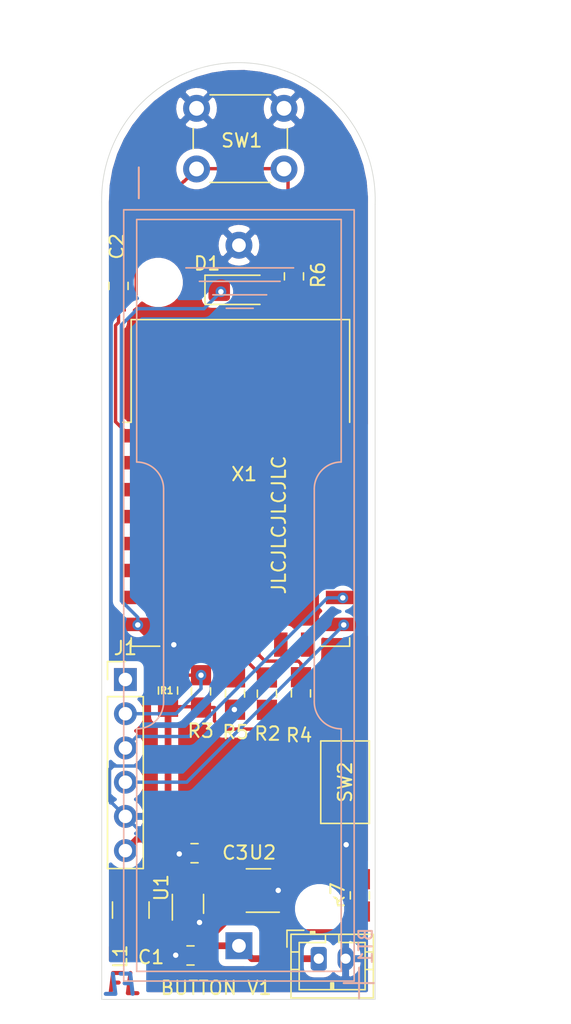
<source format=kicad_pcb>
(kicad_pcb (version 20171130) (host pcbnew "(5.1.9)-1")

  (general
    (thickness 1.6)
    (drawings 11)
    (tracks 146)
    (zones 0)
    (modules 20)
    (nets 14)
  )

  (page A4)
  (layers
    (0 F.Cu signal)
    (31 B.Cu signal)
    (32 B.Adhes user)
    (33 F.Adhes user)
    (34 B.Paste user hide)
    (35 F.Paste user)
    (36 B.SilkS user)
    (37 F.SilkS user)
    (38 B.Mask user hide)
    (39 F.Mask user)
    (40 Dwgs.User user)
    (41 Cmts.User user)
    (42 Eco1.User user)
    (43 Eco2.User user)
    (44 Edge.Cuts user)
    (45 Margin user)
    (46 B.CrtYd user hide)
    (47 F.CrtYd user)
    (48 B.Fab user hide)
    (49 F.Fab user)
  )

  (setup
    (last_trace_width 0.25)
    (user_trace_width 0.5)
    (trace_clearance 0.2)
    (zone_clearance 0.508)
    (zone_45_only no)
    (trace_min 0.2)
    (via_size 0.8)
    (via_drill 0.4)
    (via_min_size 0.4)
    (via_min_drill 0.3)
    (uvia_size 0.3)
    (uvia_drill 0.1)
    (uvias_allowed no)
    (uvia_min_size 0.2)
    (uvia_min_drill 0.1)
    (edge_width 0.05)
    (segment_width 0.2)
    (pcb_text_width 0.3)
    (pcb_text_size 1.5 1.5)
    (mod_edge_width 0.12)
    (mod_text_size 1 1)
    (mod_text_width 0.15)
    (pad_size 1.524 1.524)
    (pad_drill 0.762)
    (pad_to_mask_clearance 0.051)
    (solder_mask_min_width 0.25)
    (aux_axis_origin 0 0)
    (visible_elements 7FFFFFFF)
    (pcbplotparams
      (layerselection 0x010fc_ffffffff)
      (usegerberextensions false)
      (usegerberattributes false)
      (usegerberadvancedattributes false)
      (creategerberjobfile false)
      (excludeedgelayer true)
      (linewidth 0.100000)
      (plotframeref false)
      (viasonmask false)
      (mode 1)
      (useauxorigin false)
      (hpglpennumber 1)
      (hpglpenspeed 20)
      (hpglpendiameter 15.000000)
      (psnegative false)
      (psa4output false)
      (plotreference true)
      (plotvalue true)
      (plotinvisibletext false)
      (padsonsilk false)
      (subtractmaskfromsilk false)
      (outputformat 1)
      (mirror false)
      (drillshape 0)
      (scaleselection 1)
      (outputdirectory ""))
  )

  (net 0 "")
  (net 1 /VCC)
  (net 2 /GND)
  (net 3 /RST)
  (net 4 "Net-(D1-Pad2)")
  (net 5 /RX)
  (net 6 /TX)
  (net 7 /EN)
  (net 8 /GPIO2)
  (net 9 /GPIO0)
  (net 10 "Net-(BT1-Pad1)")
  (net 11 "Net-(L1-Pad2)")
  (net 12 /GPIO15)
  (net 13 "Net-(R7-Pad2)")

  (net_class Default "This is the default net class."
    (clearance 0.2)
    (trace_width 0.25)
    (via_dia 0.8)
    (via_drill 0.4)
    (uvia_dia 0.3)
    (uvia_drill 0.1)
    (add_net /EN)
    (add_net /GND)
    (add_net /GPIO0)
    (add_net /GPIO15)
    (add_net /GPIO2)
    (add_net /RST)
    (add_net /RX)
    (add_net /TX)
    (add_net /VCC)
    (add_net "Net-(BT1-Pad1)")
    (add_net "Net-(D1-Pad2)")
    (add_net "Net-(L1-Pad2)")
    (add_net "Net-(R7-Pad2)")
  )

  (module handsolder:R_0805_2012handsoldermod (layer F.Cu) (tedit 60358F22) (tstamp 602DB586)
    (at 121.73 90.59 90)
    (descr "Resistor SMD 0805 (2012 Metric), square (rectangular) end terminal, IPC_7351 nominal with elongated pad for handsoldering. (Body size source: https://docs.google.com/spreadsheets/d/1BsfQQcO9C6DZCsRaXUlFlo91Tg2WpOkGARC1WS5S8t0/edit?usp=sharing), generated with kicad-footprint-generator")
    (tags "resistor handsolder")
    (path /602C727C)
    (attr smd)
    (fp_text reference R1 (at 0 -0.1) (layer F.SilkS)
      (effects (font (size 0.5 0.5) (thickness 0.125)))
    )
    (fp_text value 10k (at 0 1.65 90) (layer F.Fab) hide
      (effects (font (size 1 1) (thickness 0.15)))
    )
    (fp_text user %R (at 0 0 90) (layer F.Fab)
      (effects (font (size 0.5 0.5) (thickness 0.08)))
    )
    (fp_line (start 2.05 0.95) (end -2.05 0.95) (layer F.CrtYd) (width 0.05))
    (fp_line (start 2.05 -0.95) (end 2.05 0.95) (layer F.CrtYd) (width 0.05))
    (fp_line (start -2.05 -0.95) (end 2.05 -0.95) (layer F.CrtYd) (width 0.05))
    (fp_line (start -2.05 0.95) (end -2.05 -0.95) (layer F.CrtYd) (width 0.05))
    (fp_line (start -0.261252 0.71) (end 0.261252 0.71) (layer F.SilkS) (width 0.12))
    (fp_line (start -0.261252 -0.71) (end 0.261252 -0.71) (layer F.SilkS) (width 0.12))
    (fp_line (start 1 0.6) (end -1 0.6) (layer F.Fab) (width 0.1))
    (fp_line (start 1 -0.6) (end 1 0.6) (layer F.Fab) (width 0.1))
    (fp_line (start -1 -0.6) (end 1 -0.6) (layer F.Fab) (width 0.1))
    (fp_line (start -1 0.6) (end -1 -0.6) (layer F.Fab) (width 0.1))
    (pad 2 smd rect (at 1.2 0 90) (size 1.5 1.5) (layers F.Cu F.Paste F.Mask)
      (net 7 /EN))
    (pad 1 smd rect (at -1.2 0 90) (size 1.5 1.5) (layers F.Cu F.Paste F.Mask)
      (net 1 /VCC))
    (model ${KISYS3DMOD}/Resistor_SMD.3dshapes/R_0805_2012Metric.wrl
      (at (xyz 0 0 0))
      (scale (xyz 1 1 1))
      (rotate (xyz 0 0 0))
    )
  )

  (module handsolder:R_0805_2012handsoldermod (layer F.Cu) (tedit 60358F22) (tstamp 602E9A2F)
    (at 135.99 105.79 90)
    (descr "Resistor SMD 0805 (2012 Metric), square (rectangular) end terminal, IPC_7351 nominal with elongated pad for handsoldering. (Body size source: https://docs.google.com/spreadsheets/d/1BsfQQcO9C6DZCsRaXUlFlo91Tg2WpOkGARC1WS5S8t0/edit?usp=sharing), generated with kicad-footprint-generator")
    (tags "resistor handsolder")
    (path /602F7A06)
    (attr smd)
    (fp_text reference R7 (at 0 -1.65 90) (layer F.SilkS)
      (effects (font (size 1 1) (thickness 0.15)))
    )
    (fp_text value 10k (at 0 1.65 90) (layer F.Fab) hide
      (effects (font (size 1 1) (thickness 0.15)))
    )
    (fp_text user %R (at 0 0 90) (layer F.Fab)
      (effects (font (size 0.5 0.5) (thickness 0.08)))
    )
    (fp_line (start 2.05 0.95) (end -2.05 0.95) (layer F.CrtYd) (width 0.05))
    (fp_line (start 2.05 -0.95) (end 2.05 0.95) (layer F.CrtYd) (width 0.05))
    (fp_line (start -2.05 -0.95) (end 2.05 -0.95) (layer F.CrtYd) (width 0.05))
    (fp_line (start -2.05 0.95) (end -2.05 -0.95) (layer F.CrtYd) (width 0.05))
    (fp_line (start -0.261252 0.71) (end 0.261252 0.71) (layer F.SilkS) (width 0.12))
    (fp_line (start -0.261252 -0.71) (end 0.261252 -0.71) (layer F.SilkS) (width 0.12))
    (fp_line (start 1 0.6) (end -1 0.6) (layer F.Fab) (width 0.1))
    (fp_line (start 1 -0.6) (end 1 0.6) (layer F.Fab) (width 0.1))
    (fp_line (start -1 -0.6) (end 1 -0.6) (layer F.Fab) (width 0.1))
    (fp_line (start -1 0.6) (end -1 -0.6) (layer F.Fab) (width 0.1))
    (pad 2 smd rect (at 1.2 0 90) (size 1.5 1.5) (layers F.Cu F.Paste F.Mask)
      (net 13 "Net-(R7-Pad2)"))
    (pad 1 smd rect (at -1.2 0 90) (size 1.5 1.5) (layers F.Cu F.Paste F.Mask)
      (net 10 "Net-(BT1-Pad1)"))
    (model ${KISYS3DMOD}/Resistor_SMD.3dshapes/R_0805_2012Metric.wrl
      (at (xyz 0 0 0))
      (scale (xyz 1 1 1))
      (rotate (xyz 0 0 0))
    )
  )

  (module handsolder:R_0805_2012handsoldermod (layer F.Cu) (tedit 60358F22) (tstamp 602DB5DB)
    (at 131.09 59.85 90)
    (descr "Resistor SMD 0805 (2012 Metric), square (rectangular) end terminal, IPC_7351 nominal with elongated pad for handsoldering. (Body size source: https://docs.google.com/spreadsheets/d/1BsfQQcO9C6DZCsRaXUlFlo91Tg2WpOkGARC1WS5S8t0/edit?usp=sharing), generated with kicad-footprint-generator")
    (tags "resistor handsolder")
    (path /602D454A)
    (attr smd)
    (fp_text reference R6 (at 0.1 1.8 90) (layer F.SilkS)
      (effects (font (size 1 1) (thickness 0.15)))
    )
    (fp_text value 1k (at 0 1.65 90) (layer F.Fab) hide
      (effects (font (size 1 1) (thickness 0.15)))
    )
    (fp_text user %R (at 0 0 90) (layer F.Fab)
      (effects (font (size 0.5 0.5) (thickness 0.08)))
    )
    (fp_line (start 2.05 0.95) (end -2.05 0.95) (layer F.CrtYd) (width 0.05))
    (fp_line (start 2.05 -0.95) (end 2.05 0.95) (layer F.CrtYd) (width 0.05))
    (fp_line (start -2.05 -0.95) (end 2.05 -0.95) (layer F.CrtYd) (width 0.05))
    (fp_line (start -2.05 0.95) (end -2.05 -0.95) (layer F.CrtYd) (width 0.05))
    (fp_line (start -0.261252 0.71) (end 0.261252 0.71) (layer F.SilkS) (width 0.12))
    (fp_line (start -0.261252 -0.71) (end 0.261252 -0.71) (layer F.SilkS) (width 0.12))
    (fp_line (start 1 0.6) (end -1 0.6) (layer F.Fab) (width 0.1))
    (fp_line (start 1 -0.6) (end 1 0.6) (layer F.Fab) (width 0.1))
    (fp_line (start -1 -0.6) (end 1 -0.6) (layer F.Fab) (width 0.1))
    (fp_line (start -1 0.6) (end -1 -0.6) (layer F.Fab) (width 0.1))
    (pad 2 smd rect (at 1.2 0 90) (size 1.5 1.5) (layers F.Cu F.Paste F.Mask)
      (net 3 /RST))
    (pad 1 smd rect (at -1.2 0 90) (size 1.5 1.5) (layers F.Cu F.Paste F.Mask)
      (net 4 "Net-(D1-Pad2)"))
    (model ${KISYS3DMOD}/Resistor_SMD.3dshapes/R_0805_2012Metric.wrl
      (at (xyz 0 0 0))
      (scale (xyz 1 1 1))
      (rotate (xyz 0 0 0))
    )
  )

  (module handsolder:R_0805_2012handsoldermod (layer F.Cu) (tedit 60358F22) (tstamp 602DB5CA)
    (at 126.71 90.81 90)
    (descr "Resistor SMD 0805 (2012 Metric), square (rectangular) end terminal, IPC_7351 nominal with elongated pad for handsoldering. (Body size source: https://docs.google.com/spreadsheets/d/1BsfQQcO9C6DZCsRaXUlFlo91Tg2WpOkGARC1WS5S8t0/edit?usp=sharing), generated with kicad-footprint-generator")
    (tags "resistor handsolder")
    (path /602CA91E)
    (attr smd)
    (fp_text reference R5 (at -2.87 0.04 180) (layer F.SilkS)
      (effects (font (size 1 1) (thickness 0.15)))
    )
    (fp_text value 4.7k (at 0 1.65 90) (layer F.Fab) hide
      (effects (font (size 1 1) (thickness 0.15)))
    )
    (fp_text user %R (at 0 0 90) (layer F.Fab)
      (effects (font (size 0.5 0.5) (thickness 0.08)))
    )
    (fp_line (start 2.05 0.95) (end -2.05 0.95) (layer F.CrtYd) (width 0.05))
    (fp_line (start 2.05 -0.95) (end 2.05 0.95) (layer F.CrtYd) (width 0.05))
    (fp_line (start -2.05 -0.95) (end 2.05 -0.95) (layer F.CrtYd) (width 0.05))
    (fp_line (start -2.05 0.95) (end -2.05 -0.95) (layer F.CrtYd) (width 0.05))
    (fp_line (start -0.261252 0.71) (end 0.261252 0.71) (layer F.SilkS) (width 0.12))
    (fp_line (start -0.261252 -0.71) (end 0.261252 -0.71) (layer F.SilkS) (width 0.12))
    (fp_line (start 1 0.6) (end -1 0.6) (layer F.Fab) (width 0.1))
    (fp_line (start 1 -0.6) (end 1 0.6) (layer F.Fab) (width 0.1))
    (fp_line (start -1 -0.6) (end 1 -0.6) (layer F.Fab) (width 0.1))
    (fp_line (start -1 0.6) (end -1 -0.6) (layer F.Fab) (width 0.1))
    (pad 2 smd rect (at 1.2 0 90) (size 1.5 1.5) (layers F.Cu F.Paste F.Mask)
      (net 12 /GPIO15))
    (pad 1 smd rect (at -1.2 0 90) (size 1.5 1.5) (layers F.Cu F.Paste F.Mask)
      (net 2 /GND))
    (model ${KISYS3DMOD}/Resistor_SMD.3dshapes/R_0805_2012Metric.wrl
      (at (xyz 0 0 0))
      (scale (xyz 1 1 1))
      (rotate (xyz 0 0 0))
    )
  )

  (module handsolder:R_0805_2012handsoldermod (layer F.Cu) (tedit 60358F22) (tstamp 602DB5B9)
    (at 131.61 90.8 90)
    (descr "Resistor SMD 0805 (2012 Metric), square (rectangular) end terminal, IPC_7351 nominal with elongated pad for handsoldering. (Body size source: https://docs.google.com/spreadsheets/d/1BsfQQcO9C6DZCsRaXUlFlo91Tg2WpOkGARC1WS5S8t0/edit?usp=sharing), generated with kicad-footprint-generator")
    (tags "resistor handsolder")
    (path /602CA541)
    (attr smd)
    (fp_text reference R4 (at -3.11 -0.14 180) (layer F.SilkS)
      (effects (font (size 1 1) (thickness 0.15)))
    )
    (fp_text value 10k (at 0 1.65 90) (layer F.Fab) hide
      (effects (font (size 1 1) (thickness 0.15)))
    )
    (fp_text user %R (at 0 0 90) (layer F.Fab)
      (effects (font (size 0.5 0.5) (thickness 0.08)))
    )
    (fp_line (start 2.05 0.95) (end -2.05 0.95) (layer F.CrtYd) (width 0.05))
    (fp_line (start 2.05 -0.95) (end 2.05 0.95) (layer F.CrtYd) (width 0.05))
    (fp_line (start -2.05 -0.95) (end 2.05 -0.95) (layer F.CrtYd) (width 0.05))
    (fp_line (start -2.05 0.95) (end -2.05 -0.95) (layer F.CrtYd) (width 0.05))
    (fp_line (start -0.261252 0.71) (end 0.261252 0.71) (layer F.SilkS) (width 0.12))
    (fp_line (start -0.261252 -0.71) (end 0.261252 -0.71) (layer F.SilkS) (width 0.12))
    (fp_line (start 1 0.6) (end -1 0.6) (layer F.Fab) (width 0.1))
    (fp_line (start 1 -0.6) (end 1 0.6) (layer F.Fab) (width 0.1))
    (fp_line (start -1 -0.6) (end 1 -0.6) (layer F.Fab) (width 0.1))
    (fp_line (start -1 0.6) (end -1 -0.6) (layer F.Fab) (width 0.1))
    (pad 2 smd rect (at 1.2 0 90) (size 1.5 1.5) (layers F.Cu F.Paste F.Mask)
      (net 9 /GPIO0))
    (pad 1 smd rect (at -1.2 0 90) (size 1.5 1.5) (layers F.Cu F.Paste F.Mask)
      (net 1 /VCC))
    (model ${KISYS3DMOD}/Resistor_SMD.3dshapes/R_0805_2012Metric.wrl
      (at (xyz 0 0 0))
      (scale (xyz 1 1 1))
      (rotate (xyz 0 0 0))
    )
  )

  (module handsolder:R_0805_2012handsoldermod (layer F.Cu) (tedit 60358F22) (tstamp 602DB5A8)
    (at 124.18 90.65 90)
    (descr "Resistor SMD 0805 (2012 Metric), square (rectangular) end terminal, IPC_7351 nominal with elongated pad for handsoldering. (Body size source: https://docs.google.com/spreadsheets/d/1BsfQQcO9C6DZCsRaXUlFlo91Tg2WpOkGARC1WS5S8t0/edit?usp=sharing), generated with kicad-footprint-generator")
    (tags "resistor handsolder")
    (path /602C7954)
    (attr smd)
    (fp_text reference R3 (at -2.93 -0.02 180) (layer F.SilkS)
      (effects (font (size 1 1) (thickness 0.15)))
    )
    (fp_text value 10k (at 0 1.65 90) (layer F.Fab) hide
      (effects (font (size 1 1) (thickness 0.15)))
    )
    (fp_text user %R (at 0 0 90) (layer F.Fab)
      (effects (font (size 0.5 0.5) (thickness 0.08)))
    )
    (fp_line (start 2.05 0.95) (end -2.05 0.95) (layer F.CrtYd) (width 0.05))
    (fp_line (start 2.05 -0.95) (end 2.05 0.95) (layer F.CrtYd) (width 0.05))
    (fp_line (start -2.05 -0.95) (end 2.05 -0.95) (layer F.CrtYd) (width 0.05))
    (fp_line (start -2.05 0.95) (end -2.05 -0.95) (layer F.CrtYd) (width 0.05))
    (fp_line (start -0.261252 0.71) (end 0.261252 0.71) (layer F.SilkS) (width 0.12))
    (fp_line (start -0.261252 -0.71) (end 0.261252 -0.71) (layer F.SilkS) (width 0.12))
    (fp_line (start 1 0.6) (end -1 0.6) (layer F.Fab) (width 0.1))
    (fp_line (start 1 -0.6) (end 1 0.6) (layer F.Fab) (width 0.1))
    (fp_line (start -1 -0.6) (end 1 -0.6) (layer F.Fab) (width 0.1))
    (fp_line (start -1 0.6) (end -1 -0.6) (layer F.Fab) (width 0.1))
    (pad 2 smd rect (at 1.2 0 90) (size 1.5 1.5) (layers F.Cu F.Paste F.Mask)
      (net 3 /RST))
    (pad 1 smd rect (at -1.2 0 90) (size 1.5 1.5) (layers F.Cu F.Paste F.Mask)
      (net 1 /VCC))
    (model ${KISYS3DMOD}/Resistor_SMD.3dshapes/R_0805_2012Metric.wrl
      (at (xyz 0 0 0))
      (scale (xyz 1 1 1))
      (rotate (xyz 0 0 0))
    )
  )

  (module handsolder:R_0805_2012handsoldermod (layer F.Cu) (tedit 60358F22) (tstamp 602DB597)
    (at 129.08 90.82 90)
    (descr "Resistor SMD 0805 (2012 Metric), square (rectangular) end terminal, IPC_7351 nominal with elongated pad for handsoldering. (Body size source: https://docs.google.com/spreadsheets/d/1BsfQQcO9C6DZCsRaXUlFlo91Tg2WpOkGARC1WS5S8t0/edit?usp=sharing), generated with kicad-footprint-generator")
    (tags "resistor handsolder")
    (path /602CC605)
    (attr smd)
    (fp_text reference R2 (at -2.97 0.04 180) (layer F.SilkS)
      (effects (font (size 1 1) (thickness 0.15)))
    )
    (fp_text value 10k (at 0 1.65 90) (layer F.Fab) hide
      (effects (font (size 1 1) (thickness 0.15)))
    )
    (fp_text user %R (at 0 0 90) (layer F.Fab)
      (effects (font (size 0.5 0.5) (thickness 0.08)))
    )
    (fp_line (start 2.05 0.95) (end -2.05 0.95) (layer F.CrtYd) (width 0.05))
    (fp_line (start 2.05 -0.95) (end 2.05 0.95) (layer F.CrtYd) (width 0.05))
    (fp_line (start -2.05 -0.95) (end 2.05 -0.95) (layer F.CrtYd) (width 0.05))
    (fp_line (start -2.05 0.95) (end -2.05 -0.95) (layer F.CrtYd) (width 0.05))
    (fp_line (start -0.261252 0.71) (end 0.261252 0.71) (layer F.SilkS) (width 0.12))
    (fp_line (start -0.261252 -0.71) (end 0.261252 -0.71) (layer F.SilkS) (width 0.12))
    (fp_line (start 1 0.6) (end -1 0.6) (layer F.Fab) (width 0.1))
    (fp_line (start 1 -0.6) (end 1 0.6) (layer F.Fab) (width 0.1))
    (fp_line (start -1 -0.6) (end 1 -0.6) (layer F.Fab) (width 0.1))
    (fp_line (start -1 0.6) (end -1 -0.6) (layer F.Fab) (width 0.1))
    (pad 2 smd rect (at 1.2 0 90) (size 1.5 1.5) (layers F.Cu F.Paste F.Mask)
      (net 8 /GPIO2))
    (pad 1 smd rect (at -1.2 0 90) (size 1.5 1.5) (layers F.Cu F.Paste F.Mask)
      (net 1 /VCC))
    (model ${KISYS3DMOD}/Resistor_SMD.3dshapes/R_0805_2012Metric.wrl
      (at (xyz 0 0 0))
      (scale (xyz 1 1 1))
      (rotate (xyz 0 0 0))
    )
  )

  (module handsolder:SOT-23-5_HandSolderingmod (layer F.Cu) (tedit 60023824) (tstamp 602E9ADE)
    (at 128.45 105.43 180)
    (descr "5-pin SOT23 package")
    (tags "SOT-23-5 hand-soldering")
    (path /602F5FBE)
    (attr smd)
    (fp_text reference U2 (at -0.31 2.82) (layer F.SilkS)
      (effects (font (size 1 1) (thickness 0.15)))
    )
    (fp_text value AP2112K-3.3 (at 10.287 1.143) (layer F.SilkS) hide
      (effects (font (size 1 1) (thickness 0.15)))
    )
    (fp_line (start -0.9 1.61) (end 0.9 1.61) (layer F.SilkS) (width 0.12))
    (fp_line (start 0.9 -1.61) (end -1.55 -1.61) (layer F.SilkS) (width 0.12))
    (fp_line (start -0.9 -0.9) (end -0.25 -1.55) (layer F.Fab) (width 0.1))
    (fp_line (start 0.9 -1.55) (end -0.25 -1.55) (layer F.Fab) (width 0.1))
    (fp_line (start -0.9 -0.9) (end -0.9 1.55) (layer F.Fab) (width 0.1))
    (fp_line (start 0.9 1.55) (end -0.9 1.55) (layer F.Fab) (width 0.1))
    (fp_line (start 0.9 -1.55) (end 0.9 1.55) (layer F.Fab) (width 0.1))
    (fp_line (start -2.38 -1.8) (end 2.38 -1.8) (layer F.CrtYd) (width 0.05))
    (fp_line (start -2.38 -1.8) (end -2.38 1.8) (layer F.CrtYd) (width 0.05))
    (fp_line (start 2.38 1.8) (end 2.38 -1.8) (layer F.CrtYd) (width 0.05))
    (fp_line (start 2.38 1.8) (end -2.38 1.8) (layer F.CrtYd) (width 0.05))
    (fp_text user %R (at 0 0 90) (layer F.Fab)
      (effects (font (size 0.5 0.5) (thickness 0.075)))
    )
    (pad 5 smd rect (at 1.5 -0.95 180) (size 2 0.65) (layers F.Cu F.Paste F.Mask)
      (net 1 /VCC))
    (pad 4 smd rect (at 1.5 0.95 180) (size 2 0.65) (layers F.Cu F.Paste F.Mask))
    (pad 3 smd rect (at -1.55 0.95 180) (size 2 0.65) (layers F.Cu F.Paste F.Mask)
      (net 13 "Net-(R7-Pad2)"))
    (pad 2 smd trapezoid (at -1.55 0 180) (size 2 0.65) (layers F.Cu F.Paste F.Mask)
      (net 2 /GND))
    (pad 1 smd rect (at -1.55 -0.95 180) (size 2 0.65) (layers F.Cu F.Paste F.Mask)
      (net 10 "Net-(BT1-Pad1)"))
    (model ${KISYS3DMOD}/Package_TO_SOT_SMD.3dshapes/SOT-23-5.wrl
      (at (xyz 0 0 0))
      (scale (xyz 1 1 1))
      (rotate (xyz 0 0 0))
    )
  )

  (module Connector_JST:JST_PH_B2B-PH-K_1x02_P2.00mm_Vertical (layer F.Cu) (tedit 5B7745C2) (tstamp 602E9854)
    (at 132.93 110.49)
    (descr "JST PH series connector, B2B-PH-K (http://www.jst-mfg.com/product/pdf/eng/ePH.pdf), generated with kicad-footprint-generator")
    (tags "connector JST PH side entry")
    (path /602FBA1B)
    (fp_text reference BT2 (at 1 -2.9) (layer F.SilkS) hide
      (effects (font (size 1 1) (thickness 0.15)))
    )
    (fp_text value Battery_Cell (at 1 4) (layer F.Fab)
      (effects (font (size 1 1) (thickness 0.15)))
    )
    (fp_line (start -2.06 -1.81) (end -2.06 2.91) (layer F.SilkS) (width 0.12))
    (fp_line (start -2.06 2.91) (end 4.06 2.91) (layer F.SilkS) (width 0.12))
    (fp_line (start 4.06 2.91) (end 4.06 -1.81) (layer F.SilkS) (width 0.12))
    (fp_line (start 4.06 -1.81) (end -2.06 -1.81) (layer F.SilkS) (width 0.12))
    (fp_line (start -0.3 -1.81) (end -0.3 -2.01) (layer F.SilkS) (width 0.12))
    (fp_line (start -0.3 -2.01) (end -0.6 -2.01) (layer F.SilkS) (width 0.12))
    (fp_line (start -0.6 -2.01) (end -0.6 -1.81) (layer F.SilkS) (width 0.12))
    (fp_line (start -0.3 -1.91) (end -0.6 -1.91) (layer F.SilkS) (width 0.12))
    (fp_line (start 0.5 -1.81) (end 0.5 -1.2) (layer F.SilkS) (width 0.12))
    (fp_line (start 0.5 -1.2) (end -1.45 -1.2) (layer F.SilkS) (width 0.12))
    (fp_line (start -1.45 -1.2) (end -1.45 2.3) (layer F.SilkS) (width 0.12))
    (fp_line (start -1.45 2.3) (end 3.45 2.3) (layer F.SilkS) (width 0.12))
    (fp_line (start 3.45 2.3) (end 3.45 -1.2) (layer F.SilkS) (width 0.12))
    (fp_line (start 3.45 -1.2) (end 1.5 -1.2) (layer F.SilkS) (width 0.12))
    (fp_line (start 1.5 -1.2) (end 1.5 -1.81) (layer F.SilkS) (width 0.12))
    (fp_line (start -2.06 -0.5) (end -1.45 -0.5) (layer F.SilkS) (width 0.12))
    (fp_line (start -2.06 0.8) (end -1.45 0.8) (layer F.SilkS) (width 0.12))
    (fp_line (start 4.06 -0.5) (end 3.45 -0.5) (layer F.SilkS) (width 0.12))
    (fp_line (start 4.06 0.8) (end 3.45 0.8) (layer F.SilkS) (width 0.12))
    (fp_line (start 0.9 2.3) (end 0.9 1.8) (layer F.SilkS) (width 0.12))
    (fp_line (start 0.9 1.8) (end 1.1 1.8) (layer F.SilkS) (width 0.12))
    (fp_line (start 1.1 1.8) (end 1.1 2.3) (layer F.SilkS) (width 0.12))
    (fp_line (start 1 2.3) (end 1 1.8) (layer F.SilkS) (width 0.12))
    (fp_line (start -1.11 -2.11) (end -2.36 -2.11) (layer F.SilkS) (width 0.12))
    (fp_line (start -2.36 -2.11) (end -2.36 -0.86) (layer F.SilkS) (width 0.12))
    (fp_line (start -1.11 -2.11) (end -2.36 -2.11) (layer F.Fab) (width 0.1))
    (fp_line (start -2.36 -2.11) (end -2.36 -0.86) (layer F.Fab) (width 0.1))
    (fp_line (start -1.95 -1.7) (end -1.95 2.8) (layer F.Fab) (width 0.1))
    (fp_line (start -1.95 2.8) (end 3.95 2.8) (layer F.Fab) (width 0.1))
    (fp_line (start 3.95 2.8) (end 3.95 -1.7) (layer F.Fab) (width 0.1))
    (fp_line (start 3.95 -1.7) (end -1.95 -1.7) (layer F.Fab) (width 0.1))
    (fp_line (start -2.45 -2.2) (end -2.45 3.3) (layer F.CrtYd) (width 0.05))
    (fp_line (start -2.45 3.3) (end 4.45 3.3) (layer F.CrtYd) (width 0.05))
    (fp_line (start 4.45 3.3) (end 4.45 -2.2) (layer F.CrtYd) (width 0.05))
    (fp_line (start 4.45 -2.2) (end -2.45 -2.2) (layer F.CrtYd) (width 0.05))
    (fp_text user %R (at 1 1.5) (layer F.Fab)
      (effects (font (size 1 1) (thickness 0.15)))
    )
    (pad 2 thru_hole oval (at 2 0) (size 1.2 1.75) (drill 0.75) (layers *.Cu *.Mask)
      (net 2 /GND))
    (pad 1 thru_hole roundrect (at 0 0) (size 1.2 1.75) (drill 0.75) (layers *.Cu *.Mask) (roundrect_rratio 0.208333)
      (net 10 "Net-(BT1-Pad1)"))
    (model ${KISYS3DMOD}/Connector_JST.3dshapes/JST_PH_B2B-PH-K_1x02_P2.00mm_Vertical.wrl
      (at (xyz 0 0 0))
      (scale (xyz 1 1 1))
      (rotate (xyz 0 0 0))
    )
  )

  (module Connector_PinHeader_2.54mm:PinHeader_1x06_P2.54mm_Vertical (layer F.Cu) (tedit 602DA37F) (tstamp 602DB564)
    (at 118.56 89.77)
    (descr "Through hole straight pin header, 1x06, 2.54mm pitch, single row")
    (tags "Through hole pin header THT 1x06 2.54mm single row")
    (path /602C477A)
    (fp_text reference J1 (at 0 -2.33) (layer F.SilkS)
      (effects (font (size 1 1) (thickness 0.15)))
    )
    (fp_text value Conn_01x06_Male (at 0 15.03) (layer F.Fab)
      (effects (font (size 1 1) (thickness 0.15)))
    )
    (fp_line (start -0.635 -1.27) (end 1.27 -1.27) (layer F.Fab) (width 0.1))
    (fp_line (start 1.27 -1.27) (end 1.27 13.97) (layer F.Fab) (width 0.1))
    (fp_line (start 1.27 13.97) (end -1.27 13.97) (layer F.Fab) (width 0.1))
    (fp_line (start -1.27 13.97) (end -1.27 -0.635) (layer F.Fab) (width 0.1))
    (fp_line (start -1.27 -0.635) (end -0.635 -1.27) (layer F.Fab) (width 0.1))
    (fp_line (start -1.33 14.03) (end 1.33 14.03) (layer F.SilkS) (width 0.12))
    (fp_line (start -1.33 1.27) (end -1.33 14.03) (layer F.SilkS) (width 0.12))
    (fp_line (start 1.33 1.27) (end 1.33 14.03) (layer F.SilkS) (width 0.12))
    (fp_line (start -1.33 1.27) (end 1.33 1.27) (layer F.SilkS) (width 0.12))
    (fp_line (start -1.33 0) (end -1.33 -1.33) (layer F.SilkS) (width 0.12))
    (fp_line (start -1.33 -1.33) (end 0 -1.33) (layer F.SilkS) (width 0.12))
    (fp_line (start -1.8 -1.4) (end -1.8 14.5) (layer F.CrtYd) (width 0.05))
    (fp_line (start -1.8 14.5) (end 1.8 14.5) (layer F.CrtYd) (width 0.05))
    (fp_line (start 1.8 14.5) (end 1.8 -1.4) (layer F.CrtYd) (width 0.05))
    (fp_line (start 1.8 -1.4) (end -1.8 -1.4) (layer F.CrtYd) (width 0.05))
    (fp_text user %R (at 0 6.35 90) (layer F.Fab)
      (effects (font (size 1 1) (thickness 0.15)))
    )
    (pad 6 thru_hole oval (at 0 12.7) (size 1.7 1.7) (drill 1) (layers *.Cu *.Mask)
      (net 1 /VCC))
    (pad 5 thru_hole oval (at 0 10.16) (size 1.7 1.7) (drill 1) (layers *.Cu *.Mask)
      (net 2 /GND))
    (pad 4 thru_hole oval (at 0 7.62) (size 1.7 1.7) (drill 1) (layers *.Cu *.Mask)
      (net 5 /RX))
    (pad 3 thru_hole oval (at 0 5.08) (size 1.7 1.7) (drill 1) (layers *.Cu *.Mask)
      (net 6 /TX))
    (pad 2 thru_hole oval (at 0 2.54) (size 1.7 1.7) (drill 1) (layers *.Cu *.Mask)
      (net 3 /RST))
    (pad 1 thru_hole rect (at 0 0) (size 1.7 1.7) (drill 1) (layers *.Cu *.Mask))
    (model ${KISYS3DMOD}/Connector_PinHeader_2.54mm.3dshapes/PinHeader_1x06_P2.54mm_Vertical.wrl
      (at (xyz 0 0 0))
      (scale (xyz 1 1 1))
      (rotate (xyz 0 0 0))
    )
  )

  (module LED_SMD:LED_1206_3216Metric_Castellated (layer F.Cu) (tedit 5B301BBE) (tstamp 602DB54A)
    (at 126.96 60.85)
    (descr "LED SMD 1206 (3216 Metric), castellated end terminal, IPC_7351 nominal, (Body size source: http://www.tortai-tech.com/upload/download/2011102023233369053.pdf), generated with kicad-footprint-generator")
    (tags "LED castellated")
    (path /602D28D1)
    (attr smd)
    (fp_text reference D1 (at -2.33 -1.95) (layer F.SilkS)
      (effects (font (size 1 1) (thickness 0.15)))
    )
    (fp_text value LED (at 0 1.78) (layer F.Fab)
      (effects (font (size 1 1) (thickness 0.15)))
    )
    (fp_line (start 1.6 -0.8) (end -1.2 -0.8) (layer F.Fab) (width 0.1))
    (fp_line (start -1.2 -0.8) (end -1.6 -0.4) (layer F.Fab) (width 0.1))
    (fp_line (start -1.6 -0.4) (end -1.6 0.8) (layer F.Fab) (width 0.1))
    (fp_line (start -1.6 0.8) (end 1.6 0.8) (layer F.Fab) (width 0.1))
    (fp_line (start 1.6 0.8) (end 1.6 -0.8) (layer F.Fab) (width 0.1))
    (fp_line (start 1.6 -1.085) (end -2.485 -1.085) (layer F.SilkS) (width 0.12))
    (fp_line (start -2.485 -1.085) (end -2.485 1.085) (layer F.SilkS) (width 0.12))
    (fp_line (start -2.485 1.085) (end 1.6 1.085) (layer F.SilkS) (width 0.12))
    (fp_line (start -2.48 1.08) (end -2.48 -1.08) (layer F.CrtYd) (width 0.05))
    (fp_line (start -2.48 -1.08) (end 2.48 -1.08) (layer F.CrtYd) (width 0.05))
    (fp_line (start 2.48 -1.08) (end 2.48 1.08) (layer F.CrtYd) (width 0.05))
    (fp_line (start 2.48 1.08) (end -2.48 1.08) (layer F.CrtYd) (width 0.05))
    (fp_text user %R (at 0 0) (layer F.Fab)
      (effects (font (size 0.8 0.8) (thickness 0.12)))
    )
    (pad 2 smd roundrect (at 1.425 0) (size 1.6 1.65) (layers F.Cu F.Paste F.Mask) (roundrect_rratio 0.15625)
      (net 4 "Net-(D1-Pad2)"))
    (pad 1 smd roundrect (at -1.425 0) (size 1.6 1.65) (layers F.Cu F.Paste F.Mask) (roundrect_rratio 0.15625)
      (net 1 /VCC))
    (model ${KISYS3DMOD}/LED_SMD.3dshapes/LED_1206_3216Metric_Castellated.wrl
      (at (xyz 0 0 0))
      (scale (xyz 1 1 1))
      (rotate (xyz 0 0 0))
    )
  )

  (module RF_Module:ESP-12E (layer F.Cu) (tedit 5A030172) (tstamp 602DB666)
    (at 127.11 75.18)
    (descr "Wi-Fi Module, http://wiki.ai-thinker.com/_media/esp8266/docs/aithinker_esp_12f_datasheet_en.pdf")
    (tags "Wi-Fi Module")
    (path /602C0443)
    (attr smd)
    (fp_text reference X1 (at 0.28 -0.65) (layer F.SilkS)
      (effects (font (size 1 1) (thickness 0.15)))
    )
    (fp_text value ESP-12E (at -0.06 -12.78) (layer F.Fab)
      (effects (font (size 1 1) (thickness 0.15)))
    )
    (fp_line (start -8 -12) (end 8 -12) (layer F.Fab) (width 0.12))
    (fp_line (start 8 -12) (end 8 12) (layer F.Fab) (width 0.12))
    (fp_line (start 8 12) (end -8 12) (layer F.Fab) (width 0.12))
    (fp_line (start -8 12) (end -8 -3) (layer F.Fab) (width 0.12))
    (fp_line (start -8 -3) (end -7.5 -3.5) (layer F.Fab) (width 0.12))
    (fp_line (start -7.5 -3.5) (end -8 -4) (layer F.Fab) (width 0.12))
    (fp_line (start -8 -4) (end -8 -12) (layer F.Fab) (width 0.12))
    (fp_line (start -9.05 -12.2) (end 9.05 -12.2) (layer F.CrtYd) (width 0.05))
    (fp_line (start 9.05 -12.2) (end 9.05 13.1) (layer F.CrtYd) (width 0.05))
    (fp_line (start 9.05 13.1) (end -9.05 13.1) (layer F.CrtYd) (width 0.05))
    (fp_line (start -9.05 13.1) (end -9.05 -12.2) (layer F.CrtYd) (width 0.05))
    (fp_line (start -8.12 -12.12) (end 8.12 -12.12) (layer F.SilkS) (width 0.12))
    (fp_line (start 8.12 -12.12) (end 8.12 -4.5) (layer F.SilkS) (width 0.12))
    (fp_line (start 8.12 11.5) (end 8.12 12.12) (layer F.SilkS) (width 0.12))
    (fp_line (start 8.12 12.12) (end 6 12.12) (layer F.SilkS) (width 0.12))
    (fp_line (start -6 12.12) (end -8.12 12.12) (layer F.SilkS) (width 0.12))
    (fp_line (start -8.12 12.12) (end -8.12 11.5) (layer F.SilkS) (width 0.12))
    (fp_line (start -8.12 -4.5) (end -8.12 -12.12) (layer F.SilkS) (width 0.12))
    (fp_line (start -8.12 -4.5) (end -8.73 -4.5) (layer F.SilkS) (width 0.12))
    (fp_line (start -8.12 -12.12) (end 8.12 -12.12) (layer Dwgs.User) (width 0.12))
    (fp_line (start 8.12 -12.12) (end 8.12 -4.8) (layer Dwgs.User) (width 0.12))
    (fp_line (start 8.12 -4.8) (end -8.12 -4.8) (layer Dwgs.User) (width 0.12))
    (fp_line (start -8.12 -4.8) (end -8.12 -12.12) (layer Dwgs.User) (width 0.12))
    (fp_line (start -8.12 -9.12) (end -5.12 -12.12) (layer Dwgs.User) (width 0.12))
    (fp_line (start -8.12 -6.12) (end -2.12 -12.12) (layer Dwgs.User) (width 0.12))
    (fp_line (start -6.44 -4.8) (end 0.88 -12.12) (layer Dwgs.User) (width 0.12))
    (fp_line (start -3.44 -4.8) (end 3.88 -12.12) (layer Dwgs.User) (width 0.12))
    (fp_line (start -0.44 -4.8) (end 6.88 -12.12) (layer Dwgs.User) (width 0.12))
    (fp_line (start 2.56 -4.8) (end 8.12 -10.36) (layer Dwgs.User) (width 0.12))
    (fp_line (start 5.56 -4.8) (end 8.12 -7.36) (layer Dwgs.User) (width 0.12))
    (fp_text user %R (at 0.49 -0.8) (layer F.Fab)
      (effects (font (size 1 1) (thickness 0.15)))
    )
    (fp_text user "KEEP-OUT ZONE" (at 0.03 -9.55 180) (layer Cmts.User)
      (effects (font (size 1 1) (thickness 0.15)))
    )
    (fp_text user Antenna (at -0.06 -7 180) (layer Cmts.User)
      (effects (font (size 1 1) (thickness 0.15)))
    )
    (pad 22 smd rect (at 7.6 -3.5) (size 2.5 1) (layers F.Cu F.Paste F.Mask))
    (pad 21 smd rect (at 7.6 -1.5) (size 2.5 1) (layers F.Cu F.Paste F.Mask))
    (pad 20 smd rect (at 7.6 0.5) (size 2.5 1) (layers F.Cu F.Paste F.Mask))
    (pad 19 smd rect (at 7.6 2.5) (size 2.5 1) (layers F.Cu F.Paste F.Mask))
    (pad 18 smd rect (at 7.6 4.5) (size 2.5 1) (layers F.Cu F.Paste F.Mask))
    (pad 17 smd rect (at 7.6 6.5) (size 2.5 1) (layers F.Cu F.Paste F.Mask))
    (pad 16 smd rect (at 7.6 8.5) (size 2.5 1) (layers F.Cu F.Paste F.Mask)
      (net 6 /TX))
    (pad 15 smd rect (at 7.6 10.5) (size 2.5 1) (layers F.Cu F.Paste F.Mask)
      (net 5 /RX))
    (pad 14 smd rect (at 5 12) (size 1 1.8) (layers F.Cu F.Paste F.Mask))
    (pad 13 smd rect (at 3 12) (size 1 1.8) (layers F.Cu F.Paste F.Mask))
    (pad 12 smd rect (at 1 12) (size 1 1.8) (layers F.Cu F.Paste F.Mask)
      (net 9 /GPIO0))
    (pad 11 smd rect (at -1 12) (size 1 1.8) (layers F.Cu F.Paste F.Mask)
      (net 8 /GPIO2))
    (pad 10 smd rect (at -3 12) (size 1 1.8) (layers F.Cu F.Paste F.Mask)
      (net 12 /GPIO15))
    (pad 9 smd rect (at -5 12) (size 1 1.8) (layers F.Cu F.Paste F.Mask)
      (net 2 /GND))
    (pad 8 smd rect (at -7.6 10.5) (size 2.5 1) (layers F.Cu F.Paste F.Mask)
      (net 1 /VCC))
    (pad 7 smd rect (at -7.6 8.5) (size 2.5 1) (layers F.Cu F.Paste F.Mask))
    (pad 6 smd rect (at -7.6 6.5) (size 2.5 1) (layers F.Cu F.Paste F.Mask))
    (pad 5 smd rect (at -7.6 4.5) (size 2.5 1) (layers F.Cu F.Paste F.Mask))
    (pad 4 smd rect (at -7.6 2.5) (size 2.5 1) (layers F.Cu F.Paste F.Mask))
    (pad 3 smd rect (at -7.6 0.5) (size 2.5 1) (layers F.Cu F.Paste F.Mask)
      (net 7 /EN))
    (pad 2 smd rect (at -7.6 -1.5) (size 2.5 1) (layers F.Cu F.Paste F.Mask))
    (pad 1 smd rect (at -7.6 -3.5) (size 2.5 1) (layers F.Cu F.Paste F.Mask)
      (net 3 /RST))
    (model ${KISYS3DMOD}/RF_Module.3dshapes/ESP-12E.wrl
      (at (xyz 0 0 0))
      (scale (xyz 1 1 1))
      (rotate (xyz 0 0 0))
    )
  )

  (module handsolder:SOT-363_SC-70-6_Handsoldering (layer F.Cu) (tedit 592F19A3) (tstamp 602DB62B)
    (at 123.21 106.42 90)
    (descr "SOT-363, SC-70-6, Handsoldering")
    (tags "SOT-363 SC-70-6 Handsoldering")
    (path /602DB147)
    (attr smd)
    (fp_text reference U1 (at 1.2 -1.98 90) (layer F.SilkS)
      (effects (font (size 1 1) (thickness 0.15)))
    )
    (fp_text value TLV61224 (at 0 2 270) (layer F.Fab)
      (effects (font (size 1 1) (thickness 0.15)))
    )
    (fp_line (start -0.175 -1.1) (end -0.675 -0.6) (layer F.Fab) (width 0.1))
    (fp_line (start 0.675 1.1) (end -0.675 1.1) (layer F.Fab) (width 0.1))
    (fp_line (start 0.675 -1.1) (end 0.675 1.1) (layer F.Fab) (width 0.1))
    (fp_line (start -0.675 -0.6) (end -0.675 1.1) (layer F.Fab) (width 0.1))
    (fp_line (start 0.675 -1.1) (end -0.175 -1.1) (layer F.Fab) (width 0.1))
    (fp_line (start -2.4 -1.4) (end 2.4 -1.4) (layer F.CrtYd) (width 0.05))
    (fp_line (start -2.4 -1.4) (end -2.4 1.4) (layer F.CrtYd) (width 0.05))
    (fp_line (start 2.4 1.4) (end 2.4 -1.4) (layer F.CrtYd) (width 0.05))
    (fp_line (start -0.7 1.16) (end 0.7 1.16) (layer F.SilkS) (width 0.12))
    (fp_line (start 0.7 -1.16) (end -1.2 -1.16) (layer F.SilkS) (width 0.12))
    (fp_line (start -2.4 1.4) (end 2.4 1.4) (layer F.CrtYd) (width 0.05))
    (fp_text user %R (at 0 0 90) (layer F.Fab)
      (effects (font (size 0.5 0.5) (thickness 0.075)))
    )
    (pad 1 smd rect (at -1.33 -0.65 90) (size 1.5 0.4) (layers F.Cu F.Paste F.Mask)
      (net 10 "Net-(BT1-Pad1)") (zone_connect 2))
    (pad 2 smd rect (at -1.33 0 90) (size 1.5 0.4) (layers F.Cu F.Paste F.Mask)
      (net 1 /VCC))
    (pad 3 smd rect (at -1.33 0.65 90) (size 1.5 0.4) (layers F.Cu F.Paste F.Mask)
      (net 2 /GND) (zone_connect 2))
    (pad 4 smd rect (at 1.33 0.65 90) (size 1.5 0.4) (layers F.Cu F.Paste F.Mask)
      (net 1 /VCC))
    (pad 5 smd rect (at 1.33 0 90) (size 1.5 0.4) (layers F.Cu F.Paste F.Mask)
      (net 11 "Net-(L1-Pad2)"))
    (pad 6 smd rect (at 1.33 -0.65 90) (size 1.5 0.4) (layers F.Cu F.Paste F.Mask)
      (net 10 "Net-(BT1-Pad1)"))
    (model TO_SOT_Packages_SMD.3dshapes/SC-70-6.wrl
      (at (xyz 0 0 0))
      (scale (xyz 1 1 1))
      (rotate (xyz 0 0 90))
    )
  )

  (module switch:button_smd_hmsensor (layer F.Cu) (tedit 5FF5A4DE) (tstamp 602DB615)
    (at 134.89 97.39 270)
    (descr http://www.te.com/commerce/DocumentDelivery/DDEController?Action=srchrtrv&DocNm=1437566-3&DocType=Customer+Drawing&DocLang=English)
    (tags "SPST button tactile switch")
    (path /602CDBD4)
    (attr smd)
    (fp_text reference SW2 (at 0 0 90) (layer F.SilkS)
      (effects (font (size 1 1) (thickness 0.15)))
    )
    (fp_text value SW_Push (at 0.18 -2.75 180) (layer F.SilkS) hide
      (effects (font (size 0.8 0.8) (thickness 0.15)))
    )
    (fp_line (start -5.95 -2) (end 5.95 -2) (layer F.CrtYd) (width 0.05))
    (fp_line (start -5.95 -2) (end -5.95 2) (layer F.CrtYd) (width 0.05))
    (fp_line (start 3 -1.75) (end 3 1.75) (layer F.Fab) (width 0.1))
    (fp_line (start -3 -1.75) (end -3 1.75) (layer F.Fab) (width 0.1))
    (fp_line (start -3 -1.75) (end 3 -1.75) (layer F.Fab) (width 0.1))
    (fp_line (start -3 1.75) (end 3 1.75) (layer F.Fab) (width 0.1))
    (fp_line (start 5.95 -2) (end 5.95 2) (layer F.CrtYd) (width 0.05))
    (fp_line (start -5.95 2) (end 5.95 2) (layer F.CrtYd) (width 0.05))
    (fp_line (start -1.5 -0.8) (end -1.5 0.8) (layer F.Fab) (width 0.1))
    (fp_line (start 1.5 -0.8) (end 1.5 0.8) (layer F.Fab) (width 0.1))
    (fp_line (start -1.5 -0.8) (end 1.5 -0.8) (layer F.Fab) (width 0.1))
    (fp_line (start -1.5 0.8) (end 1.5 0.8) (layer F.Fab) (width 0.1))
    (fp_line (start -3.06 1.81) (end -3.06 -1.81) (layer F.SilkS) (width 0.12))
    (fp_line (start 3.06 1.81) (end -3.06 1.81) (layer F.SilkS) (width 0.12))
    (fp_line (start 3.06 -1.81) (end 3.06 1.81) (layer F.SilkS) (width 0.12))
    (fp_line (start -3.06 -1.81) (end 3.06 -1.81) (layer F.SilkS) (width 0.12))
    (fp_line (start -1.75 1) (end -1.75 -1) (layer F.Fab) (width 0.1))
    (fp_line (start 1.75 1) (end -1.75 1) (layer F.Fab) (width 0.1))
    (fp_line (start 1.75 -1) (end 1.75 1) (layer F.Fab) (width 0.1))
    (fp_line (start -1.75 -1) (end 1.75 -1) (layer F.Fab) (width 0.1))
    (fp_text user %R (at 0 0 90) (layer F.Fab)
      (effects (font (size 1 1) (thickness 0.15)))
    )
    (pad 1 smd rect (at -4.59 0 270) (size 2.18 1.6) (layers F.Cu F.Paste F.Mask)
      (net 9 /GPIO0))
    (pad 2 smd rect (at 4.59 0 270) (size 2.18 1.6) (layers F.Cu F.Paste F.Mask)
      (net 2 /GND))
    (model Buttons_Switches_SMD.3dshapes/SW_SPST_FSMSM.wrl
      (at (xyz 0 0 0))
      (scale (xyz 1 1 1))
      (rotate (xyz 0 0 0))
    )
  )

  (module Button_Switch_THT:SW_PUSH_6mm (layer F.Cu) (tedit 5A02FE31) (tstamp 602DB5FA)
    (at 130.35 51.88 180)
    (descr https://www.omron.com/ecb/products/pdf/en-b3f.pdf)
    (tags "tact sw push 6mm")
    (path /602CFCB7)
    (fp_text reference SW1 (at 3.14172 2.11124) (layer F.SilkS)
      (effects (font (size 1 1) (thickness 0.15)))
    )
    (fp_text value SW_Push (at 3.75 6.7) (layer F.Fab)
      (effects (font (size 1 1) (thickness 0.15)))
    )
    (fp_line (start 3.25 -0.75) (end 6.25 -0.75) (layer F.Fab) (width 0.1))
    (fp_line (start 6.25 -0.75) (end 6.25 5.25) (layer F.Fab) (width 0.1))
    (fp_line (start 6.25 5.25) (end 0.25 5.25) (layer F.Fab) (width 0.1))
    (fp_line (start 0.25 5.25) (end 0.25 -0.75) (layer F.Fab) (width 0.1))
    (fp_line (start 0.25 -0.75) (end 3.25 -0.75) (layer F.Fab) (width 0.1))
    (fp_line (start 7.75 6) (end 8 6) (layer F.CrtYd) (width 0.05))
    (fp_line (start 8 6) (end 8 5.75) (layer F.CrtYd) (width 0.05))
    (fp_line (start 7.75 -1.5) (end 8 -1.5) (layer F.CrtYd) (width 0.05))
    (fp_line (start 8 -1.5) (end 8 -1.25) (layer F.CrtYd) (width 0.05))
    (fp_line (start -1.5 -1.25) (end -1.5 -1.5) (layer F.CrtYd) (width 0.05))
    (fp_line (start -1.5 -1.5) (end -1.25 -1.5) (layer F.CrtYd) (width 0.05))
    (fp_line (start -1.5 5.75) (end -1.5 6) (layer F.CrtYd) (width 0.05))
    (fp_line (start -1.5 6) (end -1.25 6) (layer F.CrtYd) (width 0.05))
    (fp_line (start -1.25 -1.5) (end 7.75 -1.5) (layer F.CrtYd) (width 0.05))
    (fp_line (start -1.5 5.75) (end -1.5 -1.25) (layer F.CrtYd) (width 0.05))
    (fp_line (start 7.75 6) (end -1.25 6) (layer F.CrtYd) (width 0.05))
    (fp_line (start 8 -1.25) (end 8 5.75) (layer F.CrtYd) (width 0.05))
    (fp_line (start 1 5.5) (end 5.5 5.5) (layer F.SilkS) (width 0.12))
    (fp_line (start -0.25 1.5) (end -0.25 3) (layer F.SilkS) (width 0.12))
    (fp_line (start 5.5 -1) (end 1 -1) (layer F.SilkS) (width 0.12))
    (fp_line (start 6.75 3) (end 6.75 1.5) (layer F.SilkS) (width 0.12))
    (fp_circle (center 3.25 2.25) (end 1.25 2.5) (layer F.Fab) (width 0.1))
    (fp_text user %R (at 3.25 2.25) (layer F.Fab)
      (effects (font (size 1 1) (thickness 0.15)))
    )
    (pad 1 thru_hole circle (at 6.5 0 270) (size 2 2) (drill 1.1) (layers *.Cu *.Mask)
      (net 3 /RST))
    (pad 2 thru_hole circle (at 6.5 4.5 270) (size 2 2) (drill 1.1) (layers *.Cu *.Mask)
      (net 2 /GND))
    (pad 1 thru_hole circle (at 0 0 270) (size 2 2) (drill 1.1) (layers *.Cu *.Mask)
      (net 3 /RST))
    (pad 2 thru_hole circle (at 0 4.5 270) (size 2 2) (drill 1.1) (layers *.Cu *.Mask)
      (net 2 /GND))
    (model ${KISYS3DMOD}/Button_Switch_THT.3dshapes/SW_PUSH_6mm.wrl
      (at (xyz 0 0 0))
      (scale (xyz 1 1 1))
      (rotate (xyz 0 0 0))
    )
  )

  (module Inductor_SMD:L_1210_3225Metric_Pad1.42x2.65mm_HandSolder (layer F.Cu) (tedit 5B301BBE) (tstamp 602DB575)
    (at 118.96 106.88 90)
    (descr "Capacitor SMD 1210 (3225 Metric), square (rectangular) end terminal, IPC_7351 nominal with elongated pad for handsoldering. (Body size source: http://www.tortai-tech.com/upload/download/2011102023233369053.pdf), generated with kicad-footprint-generator")
    (tags "inductor handsolder")
    (path /602E234D)
    (attr smd)
    (fp_text reference L1 (at -3.45 -0.78 90) (layer F.SilkS)
      (effects (font (size 1 1) (thickness 0.15)))
    )
    (fp_text value "4.7 uH" (at 0 2.28 90) (layer F.Fab)
      (effects (font (size 1 1) (thickness 0.15)))
    )
    (fp_line (start -1.6 1.25) (end -1.6 -1.25) (layer F.Fab) (width 0.1))
    (fp_line (start -1.6 -1.25) (end 1.6 -1.25) (layer F.Fab) (width 0.1))
    (fp_line (start 1.6 -1.25) (end 1.6 1.25) (layer F.Fab) (width 0.1))
    (fp_line (start 1.6 1.25) (end -1.6 1.25) (layer F.Fab) (width 0.1))
    (fp_line (start -0.602064 -1.36) (end 0.602064 -1.36) (layer F.SilkS) (width 0.12))
    (fp_line (start -0.602064 1.36) (end 0.602064 1.36) (layer F.SilkS) (width 0.12))
    (fp_line (start -2.45 1.58) (end -2.45 -1.58) (layer F.CrtYd) (width 0.05))
    (fp_line (start -2.45 -1.58) (end 2.45 -1.58) (layer F.CrtYd) (width 0.05))
    (fp_line (start 2.45 -1.58) (end 2.45 1.58) (layer F.CrtYd) (width 0.05))
    (fp_line (start 2.45 1.58) (end -2.45 1.58) (layer F.CrtYd) (width 0.05))
    (fp_text user %R (at 0 0 90) (layer F.Fab)
      (effects (font (size 0.8 0.8) (thickness 0.12)))
    )
    (pad 2 smd roundrect (at 1.4875 0 90) (size 1.425 2.65) (layers F.Cu F.Paste F.Mask) (roundrect_rratio 0.175439)
      (net 11 "Net-(L1-Pad2)"))
    (pad 1 smd roundrect (at -1.4875 0 90) (size 1.425 2.65) (layers F.Cu F.Paste F.Mask) (roundrect_rratio 0.175439)
      (net 10 "Net-(BT1-Pad1)"))
    (model ${KISYS3DMOD}/Inductor_SMD.3dshapes/L_1210_3225Metric.wrl
      (at (xyz 0 0 0))
      (scale (xyz 1 1 1))
      (rotate (xyz 0 0 0))
    )
  )

  (module handsolder:C_0805_2012handsodermod (layer F.Cu) (tedit 60004493) (tstamp 602DB538)
    (at 123.7 102.66 180)
    (descr "Capacitor SMD 0805 (2012 Metric), square (rectangular) end terminal, IPC_7351 nominal with elongated pad for handsoldering. (Body size source: https://docs.google.com/spreadsheets/d/1BsfQQcO9C6DZCsRaXUlFlo91Tg2WpOkGARC1WS5S8t0/edit?usp=sharing), generated with kicad-footprint-generator")
    (tags "capacitor handsolder")
    (path /602E3D4A)
    (attr smd)
    (fp_text reference C3 (at -3.03 0.03) (layer F.SilkS)
      (effects (font (size 1 1) (thickness 0.15)))
    )
    (fp_text value 10uF (at 0.19 -1.6) (layer F.Fab) hide
      (effects (font (size 1 1) (thickness 0.15)))
    )
    (fp_line (start -1 0.6) (end -1 -0.6) (layer F.Fab) (width 0.1))
    (fp_line (start -1 -0.6) (end 1 -0.6) (layer F.Fab) (width 0.1))
    (fp_line (start 1 -0.6) (end 1 0.6) (layer F.Fab) (width 0.1))
    (fp_line (start 1 0.6) (end -1 0.6) (layer F.Fab) (width 0.1))
    (fp_line (start -0.261252 -0.71) (end 0.261252 -0.71) (layer F.SilkS) (width 0.12))
    (fp_line (start -0.261252 0.71) (end 0.261252 0.71) (layer F.SilkS) (width 0.12))
    (fp_line (start -2 0.95) (end -2 -0.95) (layer F.CrtYd) (width 0.05))
    (fp_line (start -2 -0.95) (end 2.05 -0.95) (layer F.CrtYd) (width 0.05))
    (fp_line (start 2.05 -0.95) (end 2.05 0.95) (layer F.CrtYd) (width 0.05))
    (fp_line (start 2.05 0.95) (end -2 0.95) (layer F.CrtYd) (width 0.05))
    (fp_text user %R (at 0 0) (layer F.Fab)
      (effects (font (size 0.5 0.5) (thickness 0.08)))
    )
    (pad 2 smd rect (at 1.15 0 180) (size 1.5 1.1) (layers F.Cu F.Paste F.Mask)
      (net 2 /GND))
    (pad 1 smd rect (at -1.15 0 180) (size 1.5 1.1) (layers F.Cu F.Paste F.Mask)
      (net 1 /VCC))
    (model ${KISYS3DMOD}/Capacitor_SMD.3dshapes/C_0805_2012Metric.wrl
      (at (xyz 0 0 0))
      (scale (xyz 1 1 1))
      (rotate (xyz 0 0 0))
    )
  )

  (module handsolder:C_0805_2012handsodermod (layer F.Cu) (tedit 60004493) (tstamp 602DB527)
    (at 118.05 60.56 270)
    (descr "Capacitor SMD 0805 (2012 Metric), square (rectangular) end terminal, IPC_7351 nominal with elongated pad for handsoldering. (Body size source: https://docs.google.com/spreadsheets/d/1BsfQQcO9C6DZCsRaXUlFlo91Tg2WpOkGARC1WS5S8t0/edit?usp=sharing), generated with kicad-footprint-generator")
    (tags "capacitor handsolder")
    (path /602C896A)
    (attr smd)
    (fp_text reference C2 (at -2.93 0.127 90) (layer F.SilkS)
      (effects (font (size 1 1) (thickness 0.15)))
    )
    (fp_text value 100nF (at 0 1.65 90) (layer F.Fab) hide
      (effects (font (size 1 1) (thickness 0.15)))
    )
    (fp_line (start -1 0.6) (end -1 -0.6) (layer F.Fab) (width 0.1))
    (fp_line (start -1 -0.6) (end 1 -0.6) (layer F.Fab) (width 0.1))
    (fp_line (start 1 -0.6) (end 1 0.6) (layer F.Fab) (width 0.1))
    (fp_line (start 1 0.6) (end -1 0.6) (layer F.Fab) (width 0.1))
    (fp_line (start -0.261252 -0.71) (end 0.261252 -0.71) (layer F.SilkS) (width 0.12))
    (fp_line (start -0.261252 0.71) (end 0.261252 0.71) (layer F.SilkS) (width 0.12))
    (fp_line (start -2 0.95) (end -2 -0.95) (layer F.CrtYd) (width 0.05))
    (fp_line (start -2 -0.95) (end 2.05 -0.95) (layer F.CrtYd) (width 0.05))
    (fp_line (start 2.05 -0.95) (end 2.05 0.95) (layer F.CrtYd) (width 0.05))
    (fp_line (start 2.05 0.95) (end -2 0.95) (layer F.CrtYd) (width 0.05))
    (fp_text user %R (at 0 0 90) (layer F.Fab)
      (effects (font (size 0.5 0.5) (thickness 0.08)))
    )
    (pad 2 smd rect (at 1.15 0 270) (size 1.5 1.1) (layers F.Cu F.Paste F.Mask)
      (net 3 /RST))
    (pad 1 smd rect (at -1.15 0 270) (size 1.5 1.1) (layers F.Cu F.Paste F.Mask)
      (net 2 /GND))
    (model ${KISYS3DMOD}/Capacitor_SMD.3dshapes/C_0805_2012Metric.wrl
      (at (xyz 0 0 0))
      (scale (xyz 1 1 1))
      (rotate (xyz 0 0 0))
    )
  )

  (module handsolder:C_0805_2012handsodermod (layer F.Cu) (tedit 60004493) (tstamp 602DB516)
    (at 123.4 110.25)
    (descr "Capacitor SMD 0805 (2012 Metric), square (rectangular) end terminal, IPC_7351 nominal with elongated pad for handsoldering. (Body size source: https://docs.google.com/spreadsheets/d/1BsfQQcO9C6DZCsRaXUlFlo91Tg2WpOkGARC1WS5S8t0/edit?usp=sharing), generated with kicad-footprint-generator")
    (tags "capacitor handsolder")
    (path /602D0C1F)
    (attr smd)
    (fp_text reference C1 (at -2.93 0.127) (layer F.SilkS)
      (effects (font (size 1 1) (thickness 0.15)))
    )
    (fp_text value 10uF (at 0 1.65) (layer F.Fab) hide
      (effects (font (size 1 1) (thickness 0.15)))
    )
    (fp_line (start -1 0.6) (end -1 -0.6) (layer F.Fab) (width 0.1))
    (fp_line (start -1 -0.6) (end 1 -0.6) (layer F.Fab) (width 0.1))
    (fp_line (start 1 -0.6) (end 1 0.6) (layer F.Fab) (width 0.1))
    (fp_line (start 1 0.6) (end -1 0.6) (layer F.Fab) (width 0.1))
    (fp_line (start -0.261252 -0.71) (end 0.261252 -0.71) (layer F.SilkS) (width 0.12))
    (fp_line (start -0.261252 0.71) (end 0.261252 0.71) (layer F.SilkS) (width 0.12))
    (fp_line (start -2 0.95) (end -2 -0.95) (layer F.CrtYd) (width 0.05))
    (fp_line (start -2 -0.95) (end 2.05 -0.95) (layer F.CrtYd) (width 0.05))
    (fp_line (start 2.05 -0.95) (end 2.05 0.95) (layer F.CrtYd) (width 0.05))
    (fp_line (start 2.05 0.95) (end -2 0.95) (layer F.CrtYd) (width 0.05))
    (fp_text user %R (at 0 0) (layer F.Fab)
      (effects (font (size 0.5 0.5) (thickness 0.08)))
    )
    (pad 2 smd rect (at 1.15 0) (size 1.5 1.1) (layers F.Cu F.Paste F.Mask)
      (net 10 "Net-(BT1-Pad1)"))
    (pad 1 smd rect (at -1.15 0) (size 1.5 1.1) (layers F.Cu F.Paste F.Mask)
      (net 2 /GND))
    (model ${KISYS3DMOD}/Capacitor_SMD.3dshapes/C_0805_2012Metric.wrl
      (at (xyz 0 0 0))
      (scale (xyz 1 1 1))
      (rotate (xyz 0 0 0))
    )
  )

  (module Battery:BatteryHolder_Keystone_2460_1xAA (layer B.Cu) (tedit 5DBEA3CC) (tstamp 602DB505)
    (at 127 109.53 90)
    (descr https://www.keyelco.com/product-pdf.cfm?p=1025)
    (tags "AA battery cell holder")
    (path /602C3B33)
    (fp_text reference BT1 (at -0.02 9.42 90) (layer B.SilkS)
      (effects (font (size 1 1) (thickness 0.15)) (justify mirror))
    )
    (fp_text value Battery_Cell (at 24.5 0 90) (layer B.Fab)
      (effects (font (size 1 1) (thickness 0.15)) (justify mirror))
    )
    (fp_line (start 33.9 -5.6) (end 18.1 -5.6) (layer B.SilkS) (width 0.12))
    (fp_line (start 18.1 5.6) (end 33.9 5.6) (layer B.SilkS) (width 0.12))
    (fp_line (start 35.9 -7.6) (end 53.9 -7.6) (layer B.SilkS) (width 0.12))
    (fp_line (start 35.9 7.6) (end 53.9 7.6) (layer B.SilkS) (width 0.12))
    (fp_line (start -1.9 7.6) (end 16.1 7.6) (layer B.SilkS) (width 0.12))
    (fp_line (start 53.9 7.6) (end 53.9 -7.6) (layer B.SilkS) (width 0.12))
    (fp_line (start -1.9 -7.6) (end 16.1 -7.6) (layer B.SilkS) (width 0.12))
    (fp_line (start -1.9 7.6) (end -1.9 -7.6) (layer B.SilkS) (width 0.12))
    (fp_line (start -2.62 8.565) (end 54.62 8.565) (layer B.SilkS) (width 0.12))
    (fp_line (start -2.62 -8.565) (end -2.62 8.565) (layer B.SilkS) (width 0.12))
    (fp_line (start 54.62 -8.565) (end -2.62 -8.565) (layer B.SilkS) (width 0.12))
    (fp_line (start 54.62 8.565) (end 54.62 -8.565) (layer B.SilkS) (width 0.12))
    (fp_line (start 47.31 1.06) (end 47.31 -0.94) (layer B.SilkS) (width 0.12))
    (fp_line (start 50.31 4.06) (end 50.31 -3.94) (layer B.SilkS) (width 0.12))
    (fp_line (start 49.31 -2.94) (end 49.31 3.06) (layer B.SilkS) (width 0.12))
    (fp_line (start 48.31 2.06) (end 48.31 -1.94) (layer B.SilkS) (width 0.12))
    (fp_line (start 54.75 -8.7) (end -2.75 -8.7) (layer B.CrtYd) (width 0.05))
    (fp_line (start 54.75 8.7) (end 54.75 -8.7) (layer B.CrtYd) (width 0.05))
    (fp_line (start -2.75 8.7) (end 54.75 8.7) (layer B.CrtYd) (width 0.05))
    (fp_line (start -2.75 -8.7) (end -2.75 8.7) (layer B.CrtYd) (width 0.05))
    (fp_line (start 54.5 8.445) (end -2.5 8.445) (layer B.Fab) (width 0.1))
    (fp_line (start -2.5 8.445) (end -2.5 -8.445) (layer B.Fab) (width 0.1))
    (fp_line (start -2.5 -8.445) (end 54.5 -8.445) (layer B.Fab) (width 0.1))
    (fp_line (start 54.5 -8.445) (end 54.5 8.445) (layer B.Fab) (width 0.1))
    (fp_text user + (at -2.77 8.69 270) (layer B.SilkS)
      (effects (font (size 3 3) (thickness 0.15)) (justify mirror))
    )
    (fp_text user - (at 56.62 -7.68 270) (layer B.SilkS)
      (effects (font (size 3 3) (thickness 0.15)) (justify mirror))
    )
    (fp_text user %R (at 0.01 0.06 270) (layer B.Fab)
      (effects (font (size 1 1) (thickness 0.15)) (justify mirror))
    )
    (fp_arc (start 18.1 -7.6) (end 18.1 -5.6) (angle 90) (layer B.SilkS) (width 0.12))
    (fp_arc (start 33.9 -7.6) (end 35.9 -7.6) (angle 90) (layer B.SilkS) (width 0.12))
    (fp_arc (start 33.9 7.6) (end 33.9 5.6) (angle 90) (layer B.SilkS) (width 0.12))
    (fp_arc (start 18.1 7.6) (end 16.1 7.6) (angle 90) (layer B.SilkS) (width 0.12))
    (pad 1 thru_hole rect (at 0 0 270) (size 2 2) (drill 1.02) (layers *.Cu *.Mask)
      (net 10 "Net-(BT1-Pad1)"))
    (pad 2 thru_hole circle (at 51.99 0 270) (size 2 2) (drill 1.02) (layers *.Cu *.Mask)
      (net 2 /GND))
    (pad "" np_thru_hole circle (at 49.23 -5.995 90) (size 2.64 2.64) (drill 2.64) (layers *.Cu *.Mask))
    (pad "" np_thru_hole circle (at 2.75 5.995) (size 2.64 2.64) (drill 2.64) (layers *.Cu *.Mask))
    (model ${KISYS3DMOD}/Battery.3dshapes/BatteryHolder_Keystone_2460_1xAA.wrl
      (at (xyz 0 0 0))
      (scale (xyz 1 1 1))
      (rotate (xyz 0 0 0))
    )
  )

  (dimension 69.977029 (width 0.15) (layer Dwgs.User)
    (gr_text "69.977 mm" (at 112.904751 78.80232 89.94800747) (layer Dwgs.User)
      (effects (font (size 1 1) (thickness 0.15)))
    )
    (feature1 (pts (xy 114.173 113.792) (xy 113.58658 113.791468)))
    (feature2 (pts (xy 114.2365 43.815) (xy 113.65008 43.814468)))
    (crossbar (pts (xy 114.2365 43.815) (xy 114.173 113.792)))
    (arrow1a (pts (xy 114.173 113.792) (xy 113.587602 112.664965)))
    (arrow1b (pts (xy 114.173 113.792) (xy 114.760443 112.666029)))
    (arrow2a (pts (xy 114.2365 43.815) (xy 113.649057 44.940971)))
    (arrow2b (pts (xy 114.2365 43.815) (xy 114.821898 44.942035)))
  )
  (dimension 20.828 (width 0.15) (layer Dwgs.User)
    (gr_text "20.828 mm" (at 126.873 40.0385) (layer Dwgs.User)
      (effects (font (size 1 1) (thickness 0.15)))
    )
    (feature1 (pts (xy 116.459 41.3385) (xy 116.459 40.752079)))
    (feature2 (pts (xy 137.287 41.3385) (xy 137.287 40.752079)))
    (crossbar (pts (xy 137.287 41.3385) (xy 116.459 41.3385)))
    (arrow1a (pts (xy 116.459 41.3385) (xy 117.585504 40.752079)))
    (arrow1b (pts (xy 116.459 41.3385) (xy 117.585504 41.924921)))
    (arrow2a (pts (xy 137.287 41.3385) (xy 136.160496 40.752079)))
    (arrow2b (pts (xy 137.287 41.3385) (xy 136.160496 41.924921)))
  )
  (gr_text "V. 0.1\nAA\nNO TIMER" (at 144.526 71.755) (layer F.Fab)
    (effects (font (size 2 2) (thickness 0.15)))
  )
  (gr_text FL (at 118.2 112.42) (layer B.Cu) (tstamp 602E4487)
    (effects (font (size 1.5 1.5) (thickness 0.3) italic) (justify mirror))
  )
  (gr_text FL (at 118.36 112.37) (layer F.Cu)
    (effects (font (size 1.5 1.5) (thickness 0.3) italic))
  )
  (gr_text "BUTTON V1\n" (at 125.3 112.66) (layer F.SilkS)
    (effects (font (size 1 1) (thickness 0.15)))
  )
  (gr_text "JLCJLCJLCJLC\n" (at 129.97 78.3 90) (layer F.SilkS)
    (effects (font (size 1 1) (thickness 0.15)))
  )
  (gr_line (start 137.1219 113.5126) (end 116.8019 113.5126) (layer Edge.Cuts) (width 0.05))
  (gr_line (start 116.798824 54.329378) (end 116.8019 113.5126) (layer Edge.Cuts) (width 0.05) (tstamp 602DB8B7))
  (gr_line (start 137.1219 54.5084) (end 137.1219 113.5126) (layer Edge.Cuts) (width 0.05))
  (gr_arc (start 126.962706 54.1528) (end 137.1219 54.5084) (angle -183) (layer Edge.Cuts) (width 0.05))

  (via (at 119.48 85.72) (size 0.8) (drill 0.4) (layers F.Cu B.Cu) (net 1))
  (segment (start 123.86 106.09) (end 123.86 105.09) (width 0.25) (layer F.Cu) (net 1))
  (segment (start 123.86 106.1) (end 123.86 106.09) (width 0.25) (layer F.Cu) (net 1))
  (segment (start 123.21 106.75) (end 123.86 106.1) (width 0.25) (layer F.Cu) (net 1))
  (segment (start 123.21 107.75) (end 123.21 106.75) (width 0.25) (layer F.Cu) (net 1))
  (segment (start 123.86 103.65) (end 124.85 102.66) (width 0.5) (layer F.Cu) (net 1))
  (segment (start 123.86 105.09) (end 123.86 103.65) (width 0.5) (layer F.Cu) (net 1))
  (segment (start 119.409999 101.620001) (end 118.56 102.47) (width 0.5) (layer F.Cu) (net 1))
  (segment (start 124.85 102.66) (end 124.65 102.66) (width 0.5) (layer F.Cu) (net 1))
  (segment (start 123.610001 101.620001) (end 119.409999 101.620001) (width 0.5) (layer F.Cu) (net 1))
  (segment (start 124.65 102.66) (end 123.610001 101.620001) (width 0.5) (layer F.Cu) (net 1))
  (segment (start 119.48 85.154315) (end 118.26 83.934315) (width 0.25) (layer B.Cu) (net 1))
  (segment (start 119.48 85.72) (end 119.48 85.154315) (width 0.25) (layer B.Cu) (net 1))
  (segment (start 118.26 83.934315) (end 118.26 63.46) (width 0.25) (layer B.Cu) (net 1))
  (segment (start 118.26 63.46) (end 119.47 62.25) (width 0.25) (layer B.Cu) (net 1))
  (segment (start 119.47 62.25) (end 124.4 62.25) (width 0.25) (layer B.Cu) (net 1))
  (segment (start 124.4 62.25) (end 125.66 60.99) (width 0.25) (layer B.Cu) (net 1))
  (segment (start 125.66 60.99) (end 125.66 60.99) (width 0.25) (layer B.Cu) (net 1) (tstamp 602E2BF1))
  (via (at 125.66 60.99) (size 0.8) (drill 0.4) (layers F.Cu B.Cu) (net 1))
  (segment (start 121.73 99.74) (end 121.73 91.79) (width 0.5) (layer F.Cu) (net 1))
  (segment (start 123.610001 101.620001) (end 121.73 99.74) (width 0.5) (layer F.Cu) (net 1))
  (segment (start 124.12 91.79) (end 124.18 91.85) (width 0.25) (layer F.Cu) (net 1))
  (segment (start 121.73 91.79) (end 124.12 91.79) (width 0.25) (layer F.Cu) (net 1))
  (segment (start 121.73 91.79) (end 121.73 91.71) (width 0.5) (layer F.Cu) (net 1))
  (segment (start 121.73 91.71) (end 120.41 90.39) (width 0.5) (layer F.Cu) (net 1))
  (segment (start 120.41 86.65) (end 119.48 85.72) (width 0.5) (layer F.Cu) (net 1))
  (segment (start 120.41 90.39) (end 120.41 86.65) (width 0.5) (layer F.Cu) (net 1))
  (segment (start 129.43 91.86) (end 131.76 91.86) (width 0.25) (layer F.Cu) (net 1))
  (segment (start 125.18 91.85) (end 125.18 92.84) (width 0.25) (layer F.Cu) (net 1))
  (segment (start 124.18 91.85) (end 125.18 91.85) (width 0.25) (layer F.Cu) (net 1))
  (segment (start 125.18 92.84) (end 125.79 93.45) (width 0.25) (layer F.Cu) (net 1))
  (segment (start 129.43 92.86) (end 129.43 91.86) (width 0.25) (layer F.Cu) (net 1))
  (segment (start 128.84 93.45) (end 129.43 92.86) (width 0.25) (layer F.Cu) (net 1))
  (segment (start 125.79 93.45) (end 128.84 93.45) (width 0.25) (layer F.Cu) (net 1))
  (segment (start 124.85 103.71) (end 124.85 102.66) (width 0.5) (layer F.Cu) (net 1))
  (segment (start 124.85 104.955) (end 124.85 103.71) (width 0.5) (layer F.Cu) (net 1))
  (segment (start 126.275 106.38) (end 124.85 104.955) (width 0.5) (layer F.Cu) (net 1))
  (segment (start 126.95 106.38) (end 126.275 106.38) (width 0.5) (layer F.Cu) (net 1))
  (via (at 134.97 102.03) (size 0.8) (drill 0.4) (layers F.Cu B.Cu) (net 2))
  (via (at 129.92 105.42) (size 0.8) (drill 0.4) (layers F.Cu B.Cu) (net 2))
  (via (at 126.66 92) (size 0.8) (drill 0.4) (layers F.Cu B.Cu) (net 2))
  (via (at 122.16 87.19) (size 0.8) (drill 0.4) (layers F.Cu B.Cu) (net 2))
  (via (at 122.3 110.23) (size 0.8) (drill 0.4) (layers F.Cu B.Cu) (net 2))
  (via (at 124.07 107.8) (size 0.8) (drill 0.4) (layers F.Cu B.Cu) (net 2))
  (segment (start 119.409999 100.779999) (end 120.629999 100.779999) (width 0.25) (layer B.Cu) (net 2))
  (segment (start 118.56 99.93) (end 119.409999 100.779999) (width 0.25) (layer B.Cu) (net 2))
  (segment (start 120.629999 100.779999) (end 122.565 102.715) (width 0.25) (layer B.Cu) (net 2))
  (segment (start 122.565 102.715) (end 122.63 102.78) (width 0.25) (layer B.Cu) (net 2) (tstamp 602E3C31))
  (via (at 122.565 102.715) (size 0.8) (drill 0.4) (layers F.Cu B.Cu) (net 2))
  (segment (start 126.66 92) (end 126.260001 92.399999) (width 0.25) (layer B.Cu) (net 2))
  (segment (start 126.260001 92.399999) (end 126.260001 92.409999) (width 0.25) (layer B.Cu) (net 2))
  (segment (start 126.260001 92.409999) (end 122.48 96.19) (width 0.25) (layer B.Cu) (net 2))
  (segment (start 122.48 96.19) (end 117.63 96.19) (width 0.25) (layer B.Cu) (net 2))
  (segment (start 117.710001 99.080001) (end 118.56 99.93) (width 0.25) (layer B.Cu) (net 2))
  (segment (start 117.384999 98.754999) (end 117.710001 99.080001) (width 0.25) (layer B.Cu) (net 2))
  (segment (start 117.384999 96.435001) (end 117.384999 98.754999) (width 0.25) (layer B.Cu) (net 2))
  (segment (start 117.63 96.19) (end 117.384999 96.435001) (width 0.25) (layer B.Cu) (net 2))
  (segment (start 119.51 71.68) (end 118.87 71.68) (width 0.25) (layer F.Cu) (net 3))
  (segment (start 118.87 71.68) (end 117.83 70.64) (width 0.25) (layer F.Cu) (net 3))
  (segment (start 117.83 70.64) (end 117.83 63.49) (width 0.25) (layer F.Cu) (net 3))
  (segment (start 118.05 63.27) (end 118.05 61.71) (width 0.25) (layer F.Cu) (net 3))
  (segment (start 117.83 63.49) (end 118.05 63.27) (width 0.25) (layer F.Cu) (net 3))
  (segment (start 131.09 54.47) (end 131.09 58.65) (width 0.25) (layer F.Cu) (net 3))
  (segment (start 123.18 89.45) (end 123.05 89.32) (width 0.25) (layer F.Cu) (net 3))
  (segment (start 124.18 89.45) (end 124.18 89.45) (width 0.25) (layer F.Cu) (net 3))
  (segment (start 123.05 73.72) (end 121.01 71.68) (width 0.25) (layer F.Cu) (net 3))
  (segment (start 121.01 71.68) (end 119.51 71.68) (width 0.25) (layer F.Cu) (net 3))
  (segment (start 123.05 89.32) (end 123.05 73.72) (width 0.25) (layer F.Cu) (net 3))
  (segment (start 124.18 89.45) (end 123.18 89.45) (width 0.25) (layer F.Cu) (net 3) (tstamp 602E3CD2))
  (via (at 124.18 89.45) (size 0.8) (drill 0.4) (layers F.Cu B.Cu) (net 3))
  (segment (start 124.18 90.45) (end 124.18 89.45) (width 0.25) (layer B.Cu) (net 3))
  (segment (start 122.32 92.31) (end 124.18 90.45) (width 0.25) (layer B.Cu) (net 3))
  (segment (start 118.56 92.31) (end 122.32 92.31) (width 0.25) (layer B.Cu) (net 3))
  (segment (start 123.46 52.55) (end 124.15 51.86) (width 0.25) (layer F.Cu) (net 3))
  (segment (start 123.18 52.55) (end 123.46 52.55) (width 0.25) (layer F.Cu) (net 3))
  (segment (start 122.94 52.79) (end 123.18 52.55) (width 0.25) (layer F.Cu) (net 3))
  (segment (start 118.85 61.71) (end 119.359999 61.200001) (width 0.25) (layer F.Cu) (net 3))
  (segment (start 118.05 61.71) (end 118.85 61.71) (width 0.25) (layer F.Cu) (net 3))
  (segment (start 119.359999 61.200001) (end 119.359999 56.340001) (width 0.25) (layer F.Cu) (net 3))
  (segment (start 122.91 52.79) (end 122.94 52.79) (width 0.25) (layer F.Cu) (net 3))
  (segment (start 119.359999 56.340001) (end 122.91 52.79) (width 0.25) (layer F.Cu) (net 3))
  (segment (start 125.564213 51.86) (end 130.65 51.86) (width 0.25) (layer F.Cu) (net 3))
  (segment (start 124.15 51.86) (end 125.564213 51.86) (width 0.25) (layer F.Cu) (net 3))
  (segment (start 130.65 54.03) (end 130.65 51.86) (width 0.25) (layer F.Cu) (net 3))
  (segment (start 131.09 54.47) (end 130.65 54.03) (width 0.25) (layer F.Cu) (net 3))
  (segment (start 128.585 61.05) (end 128.385 60.85) (width 0.25) (layer F.Cu) (net 4))
  (segment (start 131.09 61.05) (end 128.585 61.05) (width 0.25) (layer F.Cu) (net 4))
  (via (at 134.79 85.72) (size 0.8) (drill 0.4) (layers F.Cu B.Cu) (net 5))
  (segment (start 123.12 97.39) (end 134.79 85.72) (width 0.25) (layer B.Cu) (net 5))
  (segment (start 118.56 97.39) (end 123.12 97.39) (width 0.25) (layer B.Cu) (net 5))
  (via (at 134.72 83.71) (size 0.8) (drill 0.4) (layers F.Cu B.Cu) (net 6))
  (segment (start 119.409999 94.000001) (end 123.289999 94.000001) (width 0.25) (layer B.Cu) (net 6))
  (segment (start 118.56 94.85) (end 119.409999 94.000001) (width 0.25) (layer B.Cu) (net 6))
  (segment (start 133.58 83.71) (end 134.72 83.71) (width 0.25) (layer B.Cu) (net 6))
  (segment (start 123.289999 94.000001) (end 133.58 83.71) (width 0.25) (layer B.Cu) (net 6))
  (segment (start 121.01 75.68) (end 119.51 75.68) (width 0.25) (layer F.Cu) (net 7))
  (segment (start 121.284999 88.944999) (end 121.284999 75.954999) (width 0.25) (layer F.Cu) (net 7))
  (segment (start 121.284999 75.954999) (end 121.01 75.68) (width 0.25) (layer F.Cu) (net 7))
  (segment (start 121.73 89.39) (end 121.284999 88.944999) (width 0.25) (layer F.Cu) (net 7))
  (segment (start 126.11 88.33) (end 126.11 87.18) (width 0.25) (layer F.Cu) (net 8))
  (segment (start 127.720001 88.534999) (end 126.314999 88.534999) (width 0.25) (layer F.Cu) (net 8))
  (segment (start 128.805002 89.62) (end 127.720001 88.534999) (width 0.25) (layer F.Cu) (net 8))
  (segment (start 126.314999 88.534999) (end 126.11 88.33) (width 0.25) (layer F.Cu) (net 8))
  (segment (start 129.08 89.62) (end 128.805002 89.62) (width 0.25) (layer F.Cu) (net 8))
  (segment (start 128.935001 88.405001) (end 128.11 87.58) (width 0.25) (layer F.Cu) (net 9))
  (segment (start 128.11 87.58) (end 128.11 87.18) (width 0.25) (layer F.Cu) (net 9))
  (segment (start 131.61 88.6) (end 131.415001 88.405001) (width 0.25) (layer F.Cu) (net 9))
  (segment (start 131.415001 88.405001) (end 128.935001 88.405001) (width 0.25) (layer F.Cu) (net 9))
  (segment (start 131.61 89.6) (end 131.61 88.6) (width 0.25) (layer F.Cu) (net 9))
  (segment (start 132.61 89.6) (end 131.61 89.6) (width 0.25) (layer F.Cu) (net 9))
  (segment (start 133.03 89.6) (end 132.61 89.6) (width 0.25) (layer F.Cu) (net 9))
  (segment (start 134.89 91.46) (end 133.03 89.6) (width 0.25) (layer F.Cu) (net 9))
  (segment (start 134.89 92.8) (end 134.89 91.46) (width 0.25) (layer F.Cu) (net 9))
  (segment (start 125.27 109.53) (end 124.55 110.25) (width 0.5) (layer F.Cu) (net 10))
  (segment (start 127 109.53) (end 125.27 109.53) (width 0.5) (layer F.Cu) (net 10))
  (segment (start 122.56 109) (end 122.56 107.75) (width 0.5) (layer F.Cu) (net 10))
  (segment (start 122.76 109.2) (end 122.56 109) (width 0.5) (layer F.Cu) (net 10))
  (segment (start 124.35 110.25) (end 123.3 109.2) (width 0.5) (layer F.Cu) (net 10))
  (segment (start 123.3 109.2) (end 122.76 109.2) (width 0.5) (layer F.Cu) (net 10))
  (segment (start 124.55 110.25) (end 124.35 110.25) (width 0.5) (layer F.Cu) (net 10))
  (segment (start 122.56 107.75) (end 122.56 105.09) (width 0.25) (layer F.Cu) (net 10))
  (segment (start 120.0925 109.2) (end 118.98 108.0875) (width 0.5) (layer F.Cu) (net 10))
  (segment (start 122.76 109.2) (end 120.0925 109.2) (width 0.5) (layer F.Cu) (net 10))
  (segment (start 127.96 110.49) (end 127 109.53) (width 0.5) (layer F.Cu) (net 10))
  (segment (start 132.93 110.49) (end 127.96 110.49) (width 0.5) (layer F.Cu) (net 10))
  (segment (start 124.55 109.2) (end 126.07 107.68) (width 0.5) (layer F.Cu) (net 10))
  (segment (start 124.55 110.25) (end 124.55 109.2) (width 0.5) (layer F.Cu) (net 10))
  (segment (start 130 107.205) (end 130 106.38) (width 0.5) (layer F.Cu) (net 10))
  (segment (start 126.07 107.68) (end 129.525 107.68) (width 0.5) (layer F.Cu) (net 10))
  (segment (start 130.510001 108.550001) (end 129.59 107.63) (width 0.5) (layer F.Cu) (net 10))
  (segment (start 135.679999 108.550001) (end 130.510001 108.550001) (width 0.5) (layer F.Cu) (net 10))
  (segment (start 135.99 108.24) (end 135.679999 108.550001) (width 0.5) (layer F.Cu) (net 10))
  (segment (start 135.99 106.99) (end 135.99 108.24) (width 0.5) (layer F.Cu) (net 10))
  (segment (start 129.59 107.63) (end 130 107.205) (width 0.5) (layer F.Cu) (net 10))
  (segment (start 129.525 107.68) (end 129.59 107.63) (width 0.5) (layer F.Cu) (net 10))
  (segment (start 123.21 104.09) (end 123.21 105.09) (width 0.25) (layer F.Cu) (net 11))
  (segment (start 123.134999 104.014999) (end 123.21 104.09) (width 0.25) (layer F.Cu) (net 11))
  (segment (start 120.077501 104.014999) (end 123.134999 104.014999) (width 0.25) (layer F.Cu) (net 11))
  (segment (start 118.98 105.1125) (end 120.077501 104.014999) (width 0.25) (layer F.Cu) (net 11))
  (segment (start 124.86 88.33) (end 124.11 87.58) (width 0.25) (layer F.Cu) (net 12))
  (segment (start 125.36 88.33) (end 124.86 88.33) (width 0.25) (layer F.Cu) (net 12))
  (segment (start 124.11 87.58) (end 124.11 87.18) (width 0.25) (layer F.Cu) (net 12))
  (segment (start 126.71 89.61) (end 126.64 89.61) (width 0.25) (layer F.Cu) (net 12))
  (segment (start 126.64 89.61) (end 125.36 88.33) (width 0.25) (layer F.Cu) (net 12))
  (segment (start 130.11 104.59) (end 130 104.48) (width 0.5) (layer F.Cu) (net 13))
  (segment (start 135.99 104.59) (end 130.11 104.59) (width 0.5) (layer F.Cu) (net 13))

  (zone (net 2) (net_name /GND) (layer F.Cu) (tstamp 0) (hatch edge 0.508)
    (connect_pads (clearance 0.508))
    (min_thickness 0.254)
    (fill yes (arc_segments 32) (thermal_gap 0.508) (thermal_bridge_width 0.508))
    (polygon
      (pts
        (xy 137.1 113.52) (xy 116.81 113.51) (xy 116.65 41.49) (xy 116.71 41.46) (xy 137.16 41.46)
      )
    )
    (filled_polygon
      (pts
        (xy 136.461901 112.8526) (xy 120.395 112.8526) (xy 120.395 110.8) (xy 120.861928 110.8) (xy 120.874188 110.924482)
        (xy 120.910498 111.04418) (xy 120.969463 111.154494) (xy 121.048815 111.251185) (xy 121.145506 111.330537) (xy 121.25582 111.389502)
        (xy 121.375518 111.425812) (xy 121.5 111.438072) (xy 121.96425 111.435) (xy 122.123 111.27625) (xy 122.123 110.377)
        (xy 121.02375 110.377) (xy 120.865 110.53575) (xy 120.861928 110.8) (xy 120.395 110.8) (xy 120.395 110.58)
        (xy 117.461747 110.58) (xy 117.461696 109.605865) (xy 117.54515 109.650472) (xy 117.711746 109.701008) (xy 117.885 109.718072)
        (xy 119.358993 109.718072) (xy 119.43597 109.795049) (xy 119.463683 109.828817) (xy 119.497451 109.85653) (xy 119.497453 109.856532)
        (xy 119.598441 109.939411) (xy 119.752186 110.021589) (xy 119.91901 110.072195) (xy 120.049023 110.085) (xy 120.049031 110.085)
        (xy 120.0925 110.089281) (xy 120.135969 110.085) (xy 120.98575 110.085) (xy 121.02375 110.123) (xy 122.123 110.123)
        (xy 122.123 110.103) (xy 122.377 110.103) (xy 122.377 110.123) (xy 122.397 110.123) (xy 122.397 110.377)
        (xy 122.377 110.377) (xy 122.377 111.27625) (xy 122.53575 111.435) (xy 123 111.438072) (xy 123.124482 111.425812)
        (xy 123.24418 111.389502) (xy 123.354494 111.330537) (xy 123.4 111.293191) (xy 123.445506 111.330537) (xy 123.55582 111.389502)
        (xy 123.675518 111.425812) (xy 123.8 111.438072) (xy 125.3 111.438072) (xy 125.424482 111.425812) (xy 125.54418 111.389502)
        (xy 125.654494 111.330537) (xy 125.751185 111.251185) (xy 125.830537 111.154494) (xy 125.836207 111.143887) (xy 125.875518 111.155812)
        (xy 126 111.168072) (xy 127.3912 111.168072) (xy 127.465941 111.229411) (xy 127.619687 111.311589) (xy 127.78651 111.362195)
        (xy 127.916523 111.375) (xy 127.916533 111.375) (xy 127.959999 111.379281) (xy 128.003466 111.375) (xy 131.735306 111.375)
        (xy 131.759528 111.454851) (xy 131.841595 111.608387) (xy 131.952038 111.742962) (xy 132.086613 111.853405) (xy 132.240149 111.935472)
        (xy 132.406745 111.986008) (xy 132.579999 112.003072) (xy 133.280001 112.003072) (xy 133.453255 111.986008) (xy 133.619851 111.935472)
        (xy 133.773387 111.853405) (xy 133.907962 111.742962) (xy 134.018405 111.608387) (xy 134.020967 111.603594) (xy 134.146526 111.728078)
        (xy 134.349467 111.862421) (xy 134.574718 111.954591) (xy 134.612391 111.958462) (xy 134.803 111.833731) (xy 134.803 110.617)
        (xy 135.057 110.617) (xy 135.057 111.833731) (xy 135.247609 111.958462) (xy 135.285282 111.954591) (xy 135.510533 111.862421)
        (xy 135.713474 111.728078) (xy 135.886307 111.556725) (xy 136.02239 111.354946) (xy 136.116493 111.130496) (xy 136.165 110.892)
        (xy 136.165 110.617) (xy 135.057 110.617) (xy 134.803 110.617) (xy 134.783 110.617) (xy 134.783 110.363)
        (xy 134.803 110.363) (xy 134.803 110.343) (xy 135.057 110.343) (xy 135.057 110.363) (xy 136.165 110.363)
        (xy 136.165 110.088) (xy 136.116493 109.849504) (xy 136.02239 109.625054) (xy 135.886307 109.423275) (xy 135.877785 109.414826)
        (xy 136.020312 109.37159) (xy 136.174058 109.289412) (xy 136.308816 109.178818) (xy 136.336533 109.145045) (xy 136.461901 109.019677)
      )
    )
    (filled_polygon
      (pts
        (xy 125.311928 106.668507) (xy 125.311928 106.705) (xy 125.324188 106.829482) (xy 125.360498 106.94918) (xy 125.419463 107.059494)
        (xy 125.426913 107.068571) (xy 125.41347 107.084951) (xy 124.048072 108.45035) (xy 124.048072 107) (xy 124.046882 106.987919)
        (xy 124.371004 106.663798) (xy 124.400001 106.640001) (xy 124.494974 106.524276) (xy 124.565546 106.392247) (xy 124.609003 106.248986)
        (xy 124.619754 106.139834) (xy 124.649502 106.08418) (xy 124.667679 106.024258)
      )
    )
    (filled_polygon
      (pts
        (xy 136.461901 103.201928) (xy 136.313553 103.201928) (xy 136.315812 103.194482) (xy 136.328072 103.07) (xy 136.325 102.26575)
        (xy 136.16625 102.107) (xy 135.017 102.107) (xy 135.017 102.127) (xy 134.763 102.127) (xy 134.763 102.107)
        (xy 133.61375 102.107) (xy 133.455 102.26575) (xy 133.451928 103.07) (xy 133.464188 103.194482) (xy 133.500498 103.31418)
        (xy 133.559463 103.424494) (xy 133.638815 103.521185) (xy 133.735506 103.600537) (xy 133.84582 103.659502) (xy 133.965518 103.695812)
        (xy 134.058808 103.705) (xy 131.452158 103.705) (xy 131.451185 103.703815) (xy 131.354494 103.624463) (xy 131.24418 103.565498)
        (xy 131.124482 103.529188) (xy 131 103.516928) (xy 129 103.516928) (xy 128.875518 103.529188) (xy 128.75582 103.565498)
        (xy 128.645506 103.624463) (xy 128.548815 103.703815) (xy 128.475 103.793759) (xy 128.401185 103.703815) (xy 128.304494 103.624463)
        (xy 128.19418 103.565498) (xy 128.074482 103.529188) (xy 127.95 103.516928) (xy 126.155962 103.516928) (xy 126.189502 103.45418)
        (xy 126.225812 103.334482) (xy 126.238072 103.21) (xy 126.238072 102.11) (xy 126.225812 101.985518) (xy 126.189502 101.86582)
        (xy 126.130537 101.755506) (xy 126.051185 101.658815) (xy 125.954494 101.579463) (xy 125.84418 101.520498) (xy 125.724482 101.484188)
        (xy 125.6 101.471928) (xy 124.713506 101.471928) (xy 124.266535 101.024957) (xy 124.238818 100.991184) (xy 124.20505 100.963471)
        (xy 124.131579 100.89) (xy 133.451928 100.89) (xy 133.455 101.69425) (xy 133.61375 101.853) (xy 134.763 101.853)
        (xy 134.763 100.41375) (xy 135.017 100.41375) (xy 135.017 101.853) (xy 136.16625 101.853) (xy 136.325 101.69425)
        (xy 136.328072 100.89) (xy 136.315812 100.765518) (xy 136.279502 100.64582) (xy 136.220537 100.535506) (xy 136.141185 100.438815)
        (xy 136.044494 100.359463) (xy 135.93418 100.300498) (xy 135.814482 100.264188) (xy 135.69 100.251928) (xy 135.17575 100.255)
        (xy 135.017 100.41375) (xy 134.763 100.41375) (xy 134.60425 100.255) (xy 134.09 100.251928) (xy 133.965518 100.264188)
        (xy 133.84582 100.300498) (xy 133.735506 100.359463) (xy 133.638815 100.438815) (xy 133.559463 100.535506) (xy 133.500498 100.64582)
        (xy 133.464188 100.765518) (xy 133.451928 100.89) (xy 124.131579 100.89) (xy 122.615 99.373422) (xy 122.615 93.162621)
        (xy 122.72418 93.129502) (xy 122.834494 93.070537) (xy 122.930223 92.991975) (xy 122.978815 93.051185) (xy 123.075506 93.130537)
        (xy 123.18582 93.189502) (xy 123.305518 93.225812) (xy 123.43 93.238072) (xy 124.53102 93.238072) (xy 124.545026 93.264276)
        (xy 124.606763 93.339502) (xy 124.64 93.380001) (xy 124.668998 93.403799) (xy 125.2262 93.961002) (xy 125.249999 93.990001)
        (xy 125.365724 94.084974) (xy 125.497753 94.155546) (xy 125.641014 94.199003) (xy 125.752667 94.21) (xy 125.752676 94.21)
        (xy 125.789999 94.213676) (xy 125.827322 94.21) (xy 128.802678 94.21) (xy 128.84 94.213676) (xy 128.877322 94.21)
        (xy 128.877333 94.21) (xy 128.988986 94.199003) (xy 129.132247 94.155546) (xy 129.264276 94.084974) (xy 129.380001 93.990001)
        (xy 129.403803 93.960998) (xy 129.941004 93.423798) (xy 129.970001 93.400001) (xy 129.979722 93.388155) (xy 130.07418 93.359502)
        (xy 130.184494 93.300537) (xy 130.281185 93.221185) (xy 130.353207 93.133426) (xy 130.408815 93.201185) (xy 130.505506 93.280537)
        (xy 130.61582 93.339502) (xy 130.735518 93.375812) (xy 130.86 93.388072) (xy 132.36 93.388072) (xy 132.484482 93.375812)
        (xy 132.60418 93.339502) (xy 132.714494 93.280537) (xy 132.811185 93.201185) (xy 132.890537 93.104494) (xy 132.949502 92.99418)
        (xy 132.985812 92.874482) (xy 132.998072 92.75) (xy 132.998072 91.25) (xy 132.985812 91.125518) (xy 132.949502 91.00582)
        (xy 132.890537 90.895506) (xy 132.812158 90.8) (xy 132.890537 90.704494) (xy 132.949459 90.59426) (xy 133.627636 91.272437)
        (xy 133.559463 91.355506) (xy 133.500498 91.46582) (xy 133.464188 91.585518) (xy 133.451928 91.71) (xy 133.451928 93.89)
        (xy 133.464188 94.014482) (xy 133.500498 94.13418) (xy 133.559463 94.244494) (xy 133.638815 94.341185) (xy 133.735506 94.420537)
        (xy 133.84582 94.479502) (xy 133.965518 94.515812) (xy 134.09 94.528072) (xy 135.69 94.528072) (xy 135.814482 94.515812)
        (xy 135.93418 94.479502) (xy 136.044494 94.420537) (xy 136.141185 94.341185) (xy 136.220537 94.244494) (xy 136.279502 94.13418)
        (xy 136.315812 94.014482) (xy 136.328072 93.89) (xy 136.328072 91.71) (xy 136.315812 91.585518) (xy 136.279502 91.46582)
        (xy 136.220537 91.355506) (xy 136.141185 91.258815) (xy 136.044494 91.179463) (xy 135.93418 91.120498) (xy 135.814482 91.084188)
        (xy 135.69 91.071928) (xy 135.544326 91.071928) (xy 135.524974 91.035724) (xy 135.430001 90.919999) (xy 135.401003 90.896201)
        (xy 133.593804 89.089003) (xy 133.570001 89.059999) (xy 133.454276 88.965026) (xy 133.322247 88.894454) (xy 133.178986 88.850997)
        (xy 133.067333 88.84) (xy 133.067322 88.84) (xy 133.03 88.836324) (xy 132.997045 88.83957) (xy 132.985812 88.725518)
        (xy 132.952825 88.616774) (xy 132.964494 88.610537) (xy 133.061185 88.531185) (xy 133.140537 88.434494) (xy 133.199502 88.32418)
        (xy 133.235812 88.204482) (xy 133.248072 88.08) (xy 133.248072 86.779286) (xy 133.335518 86.805812) (xy 133.46 86.818072)
        (xy 135.96 86.818072) (xy 136.084482 86.805812) (xy 136.20418 86.769502) (xy 136.314494 86.710537) (xy 136.411185 86.631185)
        (xy 136.461901 86.569388)
      )
    )
    (filled_polygon
      (pts
        (xy 121.32375 102.533) (xy 122.423 102.533) (xy 122.423 102.513) (xy 122.677 102.513) (xy 122.677 102.533)
        (xy 122.697 102.533) (xy 122.697 102.787) (xy 122.677 102.787) (xy 122.677 102.807) (xy 122.423 102.807)
        (xy 122.423 102.787) (xy 121.32375 102.787) (xy 121.165 102.94575) (xy 121.161928 103.21) (xy 121.16636 103.254999)
        (xy 120.114826 103.254999) (xy 120.077501 103.251323) (xy 120.040176 103.254999) (xy 120.040168 103.254999) (xy 119.928515 103.265996)
        (xy 119.785254 103.309453) (xy 119.784998 103.30959) (xy 119.87599 103.173411) (xy 119.987932 102.903158) (xy 120.045 102.61626)
        (xy 120.045 102.505001) (xy 121.295751 102.505001)
      )
    )
    (filled_polygon
      (pts
        (xy 120.341928 91.573506) (xy 120.341928 92.54) (xy 120.354188 92.664482) (xy 120.390498 92.78418) (xy 120.449463 92.894494)
        (xy 120.528815 92.991185) (xy 120.625506 93.070537) (xy 120.73582 93.129502) (xy 120.845001 93.162622) (xy 120.845 99.696531)
        (xy 120.840719 99.74) (xy 120.845 99.783469) (xy 120.845 99.783476) (xy 120.857805 99.913489) (xy 120.908411 100.080312)
        (xy 120.990589 100.234058) (xy 121.101183 100.368817) (xy 121.134956 100.396534) (xy 121.473423 100.735001) (xy 119.803237 100.735001)
        (xy 119.831641 100.69692) (xy 119.956825 100.434099) (xy 120.001476 100.28689) (xy 119.880155 100.057) (xy 118.687 100.057)
        (xy 118.687 100.077) (xy 118.433 100.077) (xy 118.433 100.057) (xy 118.413 100.057) (xy 118.413 99.803)
        (xy 118.433 99.803) (xy 118.433 99.783) (xy 118.687 99.783) (xy 118.687 99.803) (xy 119.880155 99.803)
        (xy 120.001476 99.57311) (xy 119.956825 99.425901) (xy 119.831641 99.16308) (xy 119.657588 98.929731) (xy 119.441355 98.734822)
        (xy 119.324466 98.665195) (xy 119.506632 98.543475) (xy 119.713475 98.336632) (xy 119.87599 98.093411) (xy 119.987932 97.823158)
        (xy 120.045 97.53626) (xy 120.045 97.24374) (xy 119.987932 96.956842) (xy 119.87599 96.686589) (xy 119.713475 96.443368)
        (xy 119.506632 96.236525) (xy 119.33224 96.12) (xy 119.506632 96.003475) (xy 119.713475 95.796632) (xy 119.87599 95.553411)
        (xy 119.987932 95.283158) (xy 120.045 94.99626) (xy 120.045 94.70374) (xy 119.987932 94.416842) (xy 119.87599 94.146589)
        (xy 119.713475 93.903368) (xy 119.506632 93.696525) (xy 119.33224 93.58) (xy 119.506632 93.463475) (xy 119.713475 93.256632)
        (xy 119.87599 93.013411) (xy 119.987932 92.743158) (xy 120.045 92.45626) (xy 120.045 92.16374) (xy 119.987932 91.876842)
        (xy 119.87599 91.606589) (xy 119.713475 91.363368) (xy 119.58162 91.231513) (xy 119.65418 91.209502) (xy 119.764494 91.150537)
        (xy 119.849333 91.080911)
      )
    )
    (filled_polygon
      (pts
        (xy 126.837 91.883) (xy 126.857 91.883) (xy 126.857 92.137) (xy 126.837 92.137) (xy 126.837 92.157)
        (xy 126.583 92.157) (xy 126.583 92.137) (xy 126.563 92.137) (xy 126.563 91.883) (xy 126.583 91.883)
        (xy 126.583 91.863) (xy 126.837 91.863)
      )
    )
    (filled_polygon
      (pts
        (xy 122.290001 74.034803) (xy 122.29 85.75075) (xy 122.237 85.80375) (xy 122.237 87.053) (xy 122.257 87.053)
        (xy 122.257 87.307) (xy 122.237 87.307) (xy 122.237 87.327) (xy 122.044999 87.327) (xy 122.044999 75.992321)
        (xy 122.048675 75.954998) (xy 122.044999 75.917675) (xy 122.044999 75.917666) (xy 122.034002 75.806013) (xy 121.990545 75.662752)
        (xy 121.919973 75.530723) (xy 121.825 75.414998) (xy 121.795996 75.391195) (xy 121.573804 75.169003) (xy 121.550001 75.139999)
        (xy 121.434276 75.045026) (xy 121.372634 75.012077) (xy 121.349502 74.93582) (xy 121.290537 74.825506) (xy 121.211185 74.728815)
        (xy 121.151704 74.68) (xy 121.211185 74.631185) (xy 121.290537 74.534494) (xy 121.349502 74.42418) (xy 121.385812 74.304482)
        (xy 121.398072 74.18) (xy 121.398072 73.18) (xy 121.394016 73.138817)
      )
    )
    (filled_polygon
      (pts
        (xy 128.581162 44.787507) (xy 129.74219 45.064203) (xy 130.85937 45.484228) (xy 131.915104 46.040964) (xy 132.892734 46.725627)
        (xy 133.776846 47.527423) (xy 134.553496 48.433706) (xy 135.210433 49.430181) (xy 135.737296 50.501128) (xy 136.125781 51.629673)
        (xy 136.369761 52.798016) (xy 136.466355 53.999801) (xy 136.462186 54.473079) (xy 136.4619 54.475982) (xy 136.4619 70.790612)
        (xy 136.411185 70.728815) (xy 136.314494 70.649463) (xy 136.20418 70.590498) (xy 136.084482 70.554188) (xy 135.96 70.541928)
        (xy 133.46 70.541928) (xy 133.335518 70.554188) (xy 133.21582 70.590498) (xy 133.105506 70.649463) (xy 133.008815 70.728815)
        (xy 132.929463 70.825506) (xy 132.870498 70.93582) (xy 132.834188 71.055518) (xy 132.821928 71.18) (xy 132.821928 72.18)
        (xy 132.834188 72.304482) (xy 132.870498 72.42418) (xy 132.929463 72.534494) (xy 133.008815 72.631185) (xy 133.068296 72.68)
        (xy 133.008815 72.728815) (xy 132.929463 72.825506) (xy 132.870498 72.93582) (xy 132.834188 73.055518) (xy 132.821928 73.18)
        (xy 132.821928 74.18) (xy 132.834188 74.304482) (xy 132.870498 74.42418) (xy 132.929463 74.534494) (xy 133.008815 74.631185)
        (xy 133.068296 74.68) (xy 133.008815 74.728815) (xy 132.929463 74.825506) (xy 132.870498 74.93582) (xy 132.834188 75.055518)
        (xy 132.821928 75.18) (xy 132.821928 76.18) (xy 132.834188 76.304482) (xy 132.870498 76.42418) (xy 132.929463 76.534494)
        (xy 133.008815 76.631185) (xy 133.068296 76.68) (xy 133.008815 76.728815) (xy 132.929463 76.825506) (xy 132.870498 76.93582)
        (xy 132.834188 77.055518) (xy 132.821928 77.18) (xy 132.821928 78.18) (xy 132.834188 78.304482) (xy 132.870498 78.42418)
        (xy 132.929463 78.534494) (xy 133.008815 78.631185) (xy 133.068296 78.68) (xy 133.008815 78.728815) (xy 132.929463 78.825506)
        (xy 132.870498 78.93582) (xy 132.834188 79.055518) (xy 132.821928 79.18) (xy 132.821928 80.18) (xy 132.834188 80.304482)
        (xy 132.870498 80.42418) (xy 132.929463 80.534494) (xy 133.008815 80.631185) (xy 133.068296 80.68) (xy 133.008815 80.728815)
        (xy 132.929463 80.825506) (xy 132.870498 80.93582) (xy 132.834188 81.055518) (xy 132.821928 81.18) (xy 132.821928 82.18)
        (xy 132.834188 82.304482) (xy 132.870498 82.42418) (xy 132.929463 82.534494) (xy 133.008815 82.631185) (xy 133.068296 82.68)
        (xy 133.008815 82.728815) (xy 132.929463 82.825506) (xy 132.870498 82.93582) (xy 132.834188 83.055518) (xy 132.821928 83.18)
        (xy 132.821928 84.18) (xy 132.834188 84.304482) (xy 132.870498 84.42418) (xy 132.929463 84.534494) (xy 133.008815 84.631185)
        (xy 133.068296 84.68) (xy 133.008815 84.728815) (xy 132.929463 84.825506) (xy 132.870498 84.93582) (xy 132.834188 85.055518)
        (xy 132.821928 85.18) (xy 132.821928 85.680714) (xy 132.734482 85.654188) (xy 132.61 85.641928) (xy 131.61 85.641928)
        (xy 131.485518 85.654188) (xy 131.36582 85.690498) (xy 131.255506 85.749463) (xy 131.158815 85.828815) (xy 131.11 85.888296)
        (xy 131.061185 85.828815) (xy 130.964494 85.749463) (xy 130.85418 85.690498) (xy 130.734482 85.654188) (xy 130.61 85.641928)
        (xy 129.61 85.641928) (xy 129.485518 85.654188) (xy 129.36582 85.690498) (xy 129.255506 85.749463) (xy 129.158815 85.828815)
        (xy 129.11 85.888296) (xy 129.061185 85.828815) (xy 128.964494 85.749463) (xy 128.85418 85.690498) (xy 128.734482 85.654188)
        (xy 128.61 85.641928) (xy 127.61 85.641928) (xy 127.485518 85.654188) (xy 127.36582 85.690498) (xy 127.255506 85.749463)
        (xy 127.158815 85.828815) (xy 127.11 85.888296) (xy 127.061185 85.828815) (xy 126.964494 85.749463) (xy 126.85418 85.690498)
        (xy 126.734482 85.654188) (xy 126.61 85.641928) (xy 125.61 85.641928) (xy 125.485518 85.654188) (xy 125.36582 85.690498)
        (xy 125.255506 85.749463) (xy 125.158815 85.828815) (xy 125.11 85.888296) (xy 125.061185 85.828815) (xy 124.964494 85.749463)
        (xy 124.85418 85.690498) (xy 124.734482 85.654188) (xy 124.61 85.641928) (xy 123.81 85.641928) (xy 123.81 73.757325)
        (xy 123.813676 73.72) (xy 123.81 73.682675) (xy 123.81 73.682667) (xy 123.799003 73.571014) (xy 123.755546 73.427753)
        (xy 123.684974 73.295724) (xy 123.590001 73.179999) (xy 123.561003 73.156201) (xy 121.573804 71.169003) (xy 121.550001 71.139999)
        (xy 121.434276 71.045026) (xy 121.372634 71.012077) (xy 121.349502 70.93582) (xy 121.290537 70.825506) (xy 121.211185 70.728815)
        (xy 121.114494 70.649463) (xy 121.00418 70.590498) (xy 120.884482 70.554188) (xy 120.76 70.541928) (xy 118.806729 70.541928)
        (xy 118.59 70.325199) (xy 118.59 63.810002) (xy 118.590001 63.810001) (xy 118.684974 63.694276) (xy 118.755546 63.562247)
        (xy 118.799003 63.418986) (xy 118.81 63.307333) (xy 118.81 63.307323) (xy 118.813676 63.27) (xy 118.81 63.232678)
        (xy 118.81 63.05987) (xy 118.84418 63.049502) (xy 118.954494 62.990537) (xy 119.051185 62.911185) (xy 119.130537 62.814494)
        (xy 119.189502 62.70418) (xy 119.225812 62.584482) (xy 119.238072 62.46) (xy 119.238072 62.364326) (xy 119.274276 62.344974)
        (xy 119.390001 62.250001) (xy 119.413804 62.220997) (xy 119.793225 61.841576) (xy 120.07896 62.032498) (xy 120.434748 62.17987)
        (xy 120.812449 62.255) (xy 121.197551 62.255) (xy 121.575252 62.17987) (xy 121.93104 62.032498) (xy 122.25124 61.818547)
        (xy 122.523547 61.54624) (xy 122.737498 61.22604) (xy 122.88487 60.870252) (xy 122.96 60.492551) (xy 122.96 60.107449)
        (xy 122.88487 59.729748) (xy 122.737498 59.37396) (xy 122.523547 59.05376) (xy 122.25124 58.781453) (xy 122.092541 58.675413)
        (xy 126.044192 58.675413) (xy 126.139956 58.939814) (xy 126.429571 59.080704) (xy 126.741108 59.162384) (xy 127.062595 59.181718)
        (xy 127.381675 59.137961) (xy 127.686088 59.032795) (xy 127.860044 58.939814) (xy 127.955808 58.675413) (xy 127 57.719605)
        (xy 126.044192 58.675413) (xy 122.092541 58.675413) (xy 121.93104 58.567502) (xy 121.575252 58.42013) (xy 121.197551 58.345)
        (xy 120.812449 58.345) (xy 120.434748 58.42013) (xy 120.119999 58.550503) (xy 120.119999 57.602595) (xy 125.358282 57.602595)
        (xy 125.402039 57.921675) (xy 125.507205 58.226088) (xy 125.600186 58.400044) (xy 125.864587 58.495808) (xy 126.820395 57.54)
        (xy 127.179605 57.54) (xy 128.135413 58.495808) (xy 128.399814 58.400044) (xy 128.540704 58.110429) (xy 128.622384 57.798892)
        (xy 128.641718 57.477405) (xy 128.597961 57.158325) (xy 128.492795 56.853912) (xy 128.399814 56.679956) (xy 128.135413 56.584192)
        (xy 127.179605 57.54) (xy 126.820395 57.54) (xy 125.864587 56.584192) (xy 125.600186 56.679956) (xy 125.459296 56.969571)
        (xy 125.377616 57.281108) (xy 125.358282 57.602595) (xy 120.119999 57.602595) (xy 120.119999 56.654802) (xy 120.370214 56.404587)
        (xy 126.044192 56.404587) (xy 127 57.360395) (xy 127.955808 56.404587) (xy 127.860044 56.140186) (xy 127.570429 55.999296)
        (xy 127.258892 55.917616) (xy 126.937405 55.898282) (xy 126.618325 55.942039) (xy 126.313912 56.047205) (xy 126.139956 56.140186)
        (xy 126.044192 56.404587) (xy 120.370214 56.404587) (xy 123.333237 53.441565) (xy 123.33946 53.438239) (xy 123.373088 53.452168)
        (xy 123.688967 53.515) (xy 124.011033 53.515) (xy 124.326912 53.452168) (xy 124.624463 53.328918) (xy 124.892252 53.149987)
        (xy 125.119987 52.922252) (xy 125.298918 52.654463) (xy 125.313193 52.62) (xy 128.886807 52.62) (xy 128.901082 52.654463)
        (xy 129.080013 52.922252) (xy 129.307748 53.149987) (xy 129.575537 53.328918) (xy 129.873088 53.452168) (xy 129.89 53.455532)
        (xy 129.89 53.992677) (xy 129.886324 54.03) (xy 129.89 54.067322) (xy 129.89 54.067332) (xy 129.900997 54.178985)
        (xy 129.923937 54.254608) (xy 129.944454 54.322246) (xy 130.015026 54.454276) (xy 130.027931 54.47) (xy 130.109999 54.570001)
        (xy 130.139003 54.593804) (xy 130.33 54.784801) (xy 130.330001 57.262913) (xy 130.215518 57.274188) (xy 130.09582 57.310498)
        (xy 129.985506 57.369463) (xy 129.888815 57.448815) (xy 129.809463 57.545506) (xy 129.750498 57.65582) (xy 129.714188 57.775518)
        (xy 129.701928 57.9) (xy 129.701928 59.4) (xy 129.714188 59.524482) (xy 129.750498 59.64418) (xy 129.809463 59.754494)
        (xy 129.887842 59.85) (xy 129.809463 59.945506) (xy 129.777023 60.006196) (xy 129.755472 59.93515) (xy 129.673405 59.781614)
        (xy 129.562962 59.647038) (xy 129.428386 59.536595) (xy 129.27485 59.454528) (xy 129.108254 59.403992) (xy 128.935 59.386928)
        (xy 127.835 59.386928) (xy 127.661746 59.403992) (xy 127.49515 59.454528) (xy 127.341614 59.536595) (xy 127.207038 59.647038)
        (xy 127.096595 59.781614) (xy 127.014528 59.93515) (xy 126.963992 60.101746) (xy 126.96 60.142278) (xy 126.956008 60.101746)
        (xy 126.905472 59.93515) (xy 126.823405 59.781614) (xy 126.712962 59.647038) (xy 126.578386 59.536595) (xy 126.42485 59.454528)
        (xy 126.258254 59.403992) (xy 126.085 59.386928) (xy 124.985 59.386928) (xy 124.811746 59.403992) (xy 124.64515 59.454528)
        (xy 124.491614 59.536595) (xy 124.357038 59.647038) (xy 124.246595 59.781614) (xy 124.164528 59.93515) (xy 124.113992 60.101746)
        (xy 124.096928 60.275) (xy 124.096928 61.425) (xy 124.113992 61.598254) (xy 124.164528 61.76485) (xy 124.246595 61.918386)
        (xy 124.357038 62.052962) (xy 124.491614 62.163405) (xy 124.64515 62.245472) (xy 124.811746 62.296008) (xy 124.985 62.313072)
        (xy 126.085 62.313072) (xy 126.258254 62.296008) (xy 126.42485 62.245472) (xy 126.578386 62.163405) (xy 126.712962 62.052962)
        (xy 126.823405 61.918386) (xy 126.905472 61.76485) (xy 126.956008 61.598254) (xy 126.96 61.557722) (xy 126.963992 61.598254)
        (xy 127.014528 61.76485) (xy 127.096595 61.918386) (xy 127.207038 62.052962) (xy 127.341614 62.163405) (xy 127.49515 62.245472)
        (xy 127.661746 62.296008) (xy 127.835 62.313072) (xy 128.935 62.313072) (xy 129.108254 62.296008) (xy 129.27485 62.245472)
        (xy 129.428386 62.163405) (xy 129.562962 62.052962) (xy 129.673405 61.918386) (xy 129.707336 61.854906) (xy 129.714188 61.924482)
        (xy 129.750498 62.04418) (xy 129.809463 62.154494) (xy 129.888815 62.251185) (xy 129.985506 62.330537) (xy 130.09582 62.389502)
        (xy 130.215518 62.425812) (xy 130.34 62.438072) (xy 131.84 62.438072) (xy 131.964482 62.425812) (xy 132.08418 62.389502)
        (xy 132.194494 62.330537) (xy 132.291185 62.251185) (xy 132.370537 62.154494) (xy 132.429502 62.04418) (xy 132.465812 61.924482)
        (xy 132.478072 61.8) (xy 132.478072 60.3) (xy 132.465812 60.175518) (xy 132.429502 60.05582) (xy 132.370537 59.945506)
        (xy 132.292158 59.85) (xy 132.370537 59.754494) (xy 132.429502 59.64418) (xy 132.465812 59.524482) (xy 132.478072 59.4)
        (xy 132.478072 57.9) (xy 132.465812 57.775518) (xy 132.429502 57.65582) (xy 132.370537 57.545506) (xy 132.291185 57.448815)
        (xy 132.194494 57.369463) (xy 132.08418 57.310498) (xy 131.964482 57.274188) (xy 131.85 57.262913) (xy 131.85 54.507323)
        (xy 131.853676 54.47) (xy 131.85 54.432677) (xy 131.85 54.432667) (xy 131.839003 54.321014) (xy 131.795546 54.177753)
        (xy 131.77534 54.13995) (xy 131.724974 54.045723) (xy 131.690031 54.003146) (xy 131.630001 53.929999) (xy 131.600998 53.906197)
        (xy 131.41 53.715199) (xy 131.41 53.132239) (xy 131.619987 52.922252) (xy 131.798918 52.654463) (xy 131.922168 52.356912)
        (xy 131.985 52.041033) (xy 131.985 51.718967) (xy 131.922168 51.403088) (xy 131.798918 51.105537) (xy 131.619987 50.837748)
        (xy 131.392252 50.610013) (xy 131.124463 50.431082) (xy 130.826912 50.307832) (xy 130.511033 50.245) (xy 130.188967 50.245)
        (xy 129.873088 50.307832) (xy 129.575537 50.431082) (xy 129.307748 50.610013) (xy 129.080013 50.837748) (xy 128.904782 51.1)
        (xy 125.295218 51.1) (xy 125.119987 50.837748) (xy 124.892252 50.610013) (xy 124.624463 50.431082) (xy 124.326912 50.307832)
        (xy 124.011033 50.245) (xy 123.688967 50.245) (xy 123.373088 50.307832) (xy 123.075537 50.431082) (xy 122.807748 50.610013)
        (xy 122.580013 50.837748) (xy 122.401082 51.105537) (xy 122.277832 51.403088) (xy 122.215 51.718967) (xy 122.215 52.041033)
        (xy 122.276248 52.34895) (xy 118.848997 55.776202) (xy 118.819999 55.8) (xy 118.796201 55.828998) (xy 118.7962 55.828999)
        (xy 118.725025 55.915725) (xy 118.654453 56.047755) (xy 118.610997 56.191016) (xy 118.596323 56.340001) (xy 118.6 56.377333)
        (xy 118.6 58.021928) (xy 118.33575 58.025) (xy 118.177 58.18375) (xy 118.177 59.283) (xy 118.197 59.283)
        (xy 118.197 59.537) (xy 118.177 59.537) (xy 118.177 59.557) (xy 117.923 59.557) (xy 117.923 59.537)
        (xy 117.903 59.537) (xy 117.903 59.283) (xy 117.923 59.283) (xy 117.923 58.18375) (xy 117.76425 58.025)
        (xy 117.5 58.021928) (xy 117.459016 58.025964) (xy 117.458824 54.34437) (xy 117.514269 53.125589) (xy 117.717517 51.949482)
        (xy 118.066566 50.808129) (xy 118.555912 49.719523) (xy 119.17784 48.700831) (xy 119.325881 48.515413) (xy 122.894192 48.515413)
        (xy 122.989956 48.779814) (xy 123.279571 48.920704) (xy 123.591108 49.002384) (xy 123.912595 49.021718) (xy 124.231675 48.977961)
        (xy 124.536088 48.872795) (xy 124.710044 48.779814) (xy 124.805808 48.515413) (xy 129.394192 48.515413) (xy 129.489956 48.779814)
        (xy 129.779571 48.920704) (xy 130.091108 49.002384) (xy 130.412595 49.021718) (xy 130.731675 48.977961) (xy 131.036088 48.872795)
        (xy 131.210044 48.779814) (xy 131.305808 48.515413) (xy 130.35 47.559605) (xy 129.394192 48.515413) (xy 124.805808 48.515413)
        (xy 123.85 47.559605) (xy 122.894192 48.515413) (xy 119.325881 48.515413) (xy 119.922538 47.768118) (xy 120.257335 47.442595)
        (xy 122.208282 47.442595) (xy 122.252039 47.761675) (xy 122.357205 48.066088) (xy 122.450186 48.240044) (xy 122.714587 48.335808)
        (xy 123.670395 47.38) (xy 124.029605 47.38) (xy 124.985413 48.335808) (xy 125.249814 48.240044) (xy 125.390704 47.950429)
        (xy 125.472384 47.638892) (xy 125.484189 47.442595) (xy 128.708282 47.442595) (xy 128.752039 47.761675) (xy 128.857205 48.066088)
        (xy 128.950186 48.240044) (xy 129.214587 48.335808) (xy 130.170395 47.38) (xy 130.529605 47.38) (xy 131.485413 48.335808)
        (xy 131.749814 48.240044) (xy 131.890704 47.950429) (xy 131.972384 47.638892) (xy 131.991718 47.317405) (xy 131.947961 46.998325)
        (xy 131.842795 46.693912) (xy 131.749814 46.519956) (xy 131.485413 46.424192) (xy 130.529605 47.38) (xy 130.170395 47.38)
        (xy 129.214587 46.424192) (xy 128.950186 46.519956) (xy 128.809296 46.809571) (xy 128.727616 47.121108) (xy 128.708282 47.442595)
        (xy 125.484189 47.442595) (xy 125.491718 47.317405) (xy 125.447961 46.998325) (xy 125.342795 46.693912) (xy 125.249814 46.519956)
        (xy 124.985413 46.424192) (xy 124.029605 47.38) (xy 123.670395 47.38) (xy 122.714587 46.424192) (xy 122.450186 46.519956)
        (xy 122.309296 46.809571) (xy 122.227616 47.121108) (xy 122.208282 47.442595) (xy 120.257335 47.442595) (xy 120.77827 46.936092)
        (xy 121.696084 46.244587) (xy 122.894192 46.244587) (xy 123.85 47.200395) (xy 124.805808 46.244587) (xy 129.394192 46.244587)
        (xy 130.35 47.200395) (xy 131.305808 46.244587) (xy 131.210044 45.980186) (xy 130.920429 45.839296) (xy 130.608892 45.757616)
        (xy 130.287405 45.738282) (xy 129.968325 45.782039) (xy 129.663912 45.887205) (xy 129.489956 45.980186) (xy 129.394192 46.244587)
        (xy 124.805808 46.244587) (xy 124.710044 45.980186) (xy 124.420429 45.839296) (xy 124.108892 45.757616) (xy 123.787405 45.738282)
        (xy 123.468325 45.782039) (xy 123.163912 45.887205) (xy 122.989956 45.980186) (xy 122.894192 46.244587) (xy 121.696084 46.244587)
        (xy 121.731524 46.217886) (xy 122.767284 45.624813) (xy 123.869208 45.166232) (xy 125.019911 44.849377) (xy 126.201266 44.679241)
        (xy 127.394615 44.658508)
      )
    )
  )
  (zone (net 2) (net_name /GND) (layer B.Cu) (tstamp 602E3C25) (hatch edge 0.508)
    (connect_pads (clearance 0.508))
    (min_thickness 0.254)
    (fill yes (arc_segments 32) (thermal_gap 0.508) (thermal_bridge_width 0.508))
    (polygon
      (pts
        (xy 137.1 113.523137) (xy 116.81 113.513137) (xy 116.65 41.493137) (xy 116.71 41.463137) (xy 137.16 41.463137)
      )
    )
    (filled_polygon
      (pts
        (xy 128.581162 44.787507) (xy 129.74219 45.064203) (xy 130.85937 45.484228) (xy 131.915104 46.040964) (xy 132.892734 46.725627)
        (xy 133.776846 47.527423) (xy 134.553496 48.433706) (xy 135.210433 49.430181) (xy 135.737296 50.501128) (xy 136.125781 51.629673)
        (xy 136.369761 52.798016) (xy 136.466355 53.999801) (xy 136.462186 54.473079) (xy 136.4619 54.475982) (xy 136.461901 112.8526)
        (xy 120.235 112.8526) (xy 120.235 110.63) (xy 117.46175 110.63) (xy 117.461641 108.53) (xy 125.361928 108.53)
        (xy 125.361928 110.53) (xy 125.374188 110.654482) (xy 125.410498 110.77418) (xy 125.469463 110.884494) (xy 125.548815 110.981185)
        (xy 125.645506 111.060537) (xy 125.75582 111.119502) (xy 125.875518 111.155812) (xy 126 111.168072) (xy 128 111.168072)
        (xy 128.124482 111.155812) (xy 128.24418 111.119502) (xy 128.354494 111.060537) (xy 128.451185 110.981185) (xy 128.530537 110.884494)
        (xy 128.589502 110.77418) (xy 128.625812 110.654482) (xy 128.638072 110.53) (xy 128.638072 109.864999) (xy 131.691928 109.864999)
        (xy 131.691928 111.115001) (xy 131.708992 111.288255) (xy 131.759528 111.454851) (xy 131.841595 111.608387) (xy 131.952038 111.742962)
        (xy 132.086613 111.853405) (xy 132.240149 111.935472) (xy 132.406745 111.986008) (xy 132.579999 112.003072) (xy 133.280001 112.003072)
        (xy 133.453255 111.986008) (xy 133.619851 111.935472) (xy 133.773387 111.853405) (xy 133.907962 111.742962) (xy 134.018405 111.608387)
        (xy 134.020967 111.603594) (xy 134.146526 111.728078) (xy 134.349467 111.862421) (xy 134.574718 111.954591) (xy 134.612391 111.958462)
        (xy 134.803 111.833731) (xy 134.803 110.617) (xy 135.057 110.617) (xy 135.057 111.833731) (xy 135.247609 111.958462)
        (xy 135.285282 111.954591) (xy 135.510533 111.862421) (xy 135.713474 111.728078) (xy 135.886307 111.556725) (xy 136.02239 111.354946)
        (xy 136.116493 111.130496) (xy 136.165 110.892) (xy 136.165 110.617) (xy 135.057 110.617) (xy 134.803 110.617)
        (xy 134.783 110.617) (xy 134.783 110.363) (xy 134.803 110.363) (xy 134.803 109.146269) (xy 135.057 109.146269)
        (xy 135.057 110.363) (xy 136.165 110.363) (xy 136.165 110.088) (xy 136.116493 109.849504) (xy 136.02239 109.625054)
        (xy 135.886307 109.423275) (xy 135.713474 109.251922) (xy 135.510533 109.117579) (xy 135.285282 109.025409) (xy 135.247609 109.021538)
        (xy 135.057 109.146269) (xy 134.803 109.146269) (xy 134.612391 109.021538) (xy 134.574718 109.025409) (xy 134.349467 109.117579)
        (xy 134.146526 109.251922) (xy 134.020967 109.376406) (xy 134.018405 109.371613) (xy 133.907962 109.237038) (xy 133.773387 109.126595)
        (xy 133.619851 109.044528) (xy 133.453255 108.993992) (xy 133.280001 108.976928) (xy 132.579999 108.976928) (xy 132.406745 108.993992)
        (xy 132.240149 109.044528) (xy 132.086613 109.126595) (xy 131.952038 109.237038) (xy 131.841595 109.371613) (xy 131.759528 109.525149)
        (xy 131.708992 109.691745) (xy 131.691928 109.864999) (xy 128.638072 109.864999) (xy 128.638072 108.53) (xy 128.625812 108.405518)
        (xy 128.589502 108.28582) (xy 128.530537 108.175506) (xy 128.451185 108.078815) (xy 128.354494 107.999463) (xy 128.24418 107.940498)
        (xy 128.124482 107.904188) (xy 128 107.891928) (xy 126 107.891928) (xy 125.875518 107.904188) (xy 125.75582 107.940498)
        (xy 125.645506 107.999463) (xy 125.548815 108.078815) (xy 125.469463 108.175506) (xy 125.410498 108.28582) (xy 125.374188 108.405518)
        (xy 125.361928 108.53) (xy 117.461641 108.53) (xy 117.461541 106.587449) (xy 131.04 106.587449) (xy 131.04 106.972551)
        (xy 131.11513 107.350252) (xy 131.262502 107.70604) (xy 131.476453 108.02624) (xy 131.74876 108.298547) (xy 132.06896 108.512498)
        (xy 132.424748 108.65987) (xy 132.802449 108.735) (xy 133.187551 108.735) (xy 133.565252 108.65987) (xy 133.92104 108.512498)
        (xy 134.24124 108.298547) (xy 134.513547 108.02624) (xy 134.727498 107.70604) (xy 134.87487 107.350252) (xy 134.95 106.972551)
        (xy 134.95 106.587449) (xy 134.87487 106.209748) (xy 134.727498 105.85396) (xy 134.513547 105.53376) (xy 134.24124 105.261453)
        (xy 133.92104 105.047502) (xy 133.565252 104.90013) (xy 133.187551 104.825) (xy 132.802449 104.825) (xy 132.424748 104.90013)
        (xy 132.06896 105.047502) (xy 131.74876 105.261453) (xy 131.476453 105.53376) (xy 131.262502 105.85396) (xy 131.11513 106.209748)
        (xy 131.04 106.587449) (xy 117.461541 106.587449) (xy 117.461378 103.471485) (xy 117.613368 103.623475) (xy 117.856589 103.78599)
        (xy 118.126842 103.897932) (xy 118.41374 103.955) (xy 118.70626 103.955) (xy 118.993158 103.897932) (xy 119.263411 103.78599)
        (xy 119.506632 103.623475) (xy 119.713475 103.416632) (xy 119.87599 103.173411) (xy 119.987932 102.903158) (xy 120.045 102.61626)
        (xy 120.045 102.32374) (xy 119.987932 102.036842) (xy 119.87599 101.766589) (xy 119.713475 101.523368) (xy 119.506632 101.316525)
        (xy 119.324466 101.194805) (xy 119.441355 101.125178) (xy 119.657588 100.930269) (xy 119.831641 100.69692) (xy 119.956825 100.434099)
        (xy 120.001476 100.28689) (xy 119.880155 100.057) (xy 118.687 100.057) (xy 118.687 100.077) (xy 118.433 100.077)
        (xy 118.433 100.057) (xy 118.413 100.057) (xy 118.413 99.803) (xy 118.433 99.803) (xy 118.433 99.783)
        (xy 118.687 99.783) (xy 118.687 99.803) (xy 119.880155 99.803) (xy 120.001476 99.57311) (xy 119.956825 99.425901)
        (xy 119.831641 99.16308) (xy 119.657588 98.929731) (xy 119.441355 98.734822) (xy 119.324466 98.665195) (xy 119.506632 98.543475)
        (xy 119.713475 98.336632) (xy 119.838178 98.15) (xy 123.082678 98.15) (xy 123.12 98.153676) (xy 123.157322 98.15)
        (xy 123.157333 98.15) (xy 123.268986 98.139003) (xy 123.412247 98.095546) (xy 123.544276 98.024974) (xy 123.660001 97.930001)
        (xy 123.683804 97.900997) (xy 134.829802 86.755) (xy 134.891939 86.755) (xy 135.091898 86.715226) (xy 135.280256 86.637205)
        (xy 135.449774 86.523937) (xy 135.593937 86.379774) (xy 135.707205 86.210256) (xy 135.785226 86.021898) (xy 135.825 85.821939)
        (xy 135.825 85.618061) (xy 135.785226 85.418102) (xy 135.707205 85.229744) (xy 135.593937 85.060226) (xy 135.449774 84.916063)
        (xy 135.280256 84.802795) (xy 135.091898 84.724774) (xy 135.00776 84.708038) (xy 135.021898 84.705226) (xy 135.210256 84.627205)
        (xy 135.379774 84.513937) (xy 135.523937 84.369774) (xy 135.637205 84.200256) (xy 135.715226 84.011898) (xy 135.755 83.811939)
        (xy 135.755 83.608061) (xy 135.715226 83.408102) (xy 135.637205 83.219744) (xy 135.523937 83.050226) (xy 135.379774 82.906063)
        (xy 135.210256 82.792795) (xy 135.021898 82.714774) (xy 134.821939 82.675) (xy 134.618061 82.675) (xy 134.418102 82.714774)
        (xy 134.229744 82.792795) (xy 134.060226 82.906063) (xy 134.016289 82.95) (xy 133.617323 82.95) (xy 133.58 82.946324)
        (xy 133.542677 82.95) (xy 133.542667 82.95) (xy 133.431014 82.960997) (xy 133.287753 83.004454) (xy 133.155723 83.075026)
        (xy 133.072083 83.143668) (xy 133.039999 83.169999) (xy 133.016201 83.198997) (xy 122.975198 93.240001) (xy 119.724587 93.240001)
        (xy 119.838178 93.07) (xy 122.282678 93.07) (xy 122.32 93.073676) (xy 122.357322 93.07) (xy 122.357333 93.07)
        (xy 122.468986 93.059003) (xy 122.612247 93.015546) (xy 122.744276 92.944974) (xy 122.860001 92.850001) (xy 122.883804 92.820997)
        (xy 124.691004 91.013798) (xy 124.720001 90.990001) (xy 124.814974 90.874276) (xy 124.885546 90.742247) (xy 124.929003 90.598986)
        (xy 124.94 90.487333) (xy 124.94 90.487324) (xy 124.943676 90.450001) (xy 124.94 90.412678) (xy 124.94 90.153711)
        (xy 124.983937 90.109774) (xy 125.097205 89.940256) (xy 125.175226 89.751898) (xy 125.215 89.551939) (xy 125.215 89.348061)
        (xy 125.175226 89.148102) (xy 125.097205 88.959744) (xy 124.983937 88.790226) (xy 124.839774 88.646063) (xy 124.670256 88.532795)
        (xy 124.481898 88.454774) (xy 124.281939 88.415) (xy 124.078061 88.415) (xy 123.878102 88.454774) (xy 123.689744 88.532795)
        (xy 123.520226 88.646063) (xy 123.376063 88.790226) (xy 123.262795 88.959744) (xy 123.184774 89.148102) (xy 123.145 89.348061)
        (xy 123.145 89.551939) (xy 123.184774 89.751898) (xy 123.262795 89.940256) (xy 123.376063 90.109774) (xy 123.410744 90.144455)
        (xy 122.005199 91.55) (xy 119.838178 91.55) (xy 119.713475 91.363368) (xy 119.58162 91.231513) (xy 119.65418 91.209502)
        (xy 119.764494 91.150537) (xy 119.861185 91.071185) (xy 119.940537 90.974494) (xy 119.999502 90.86418) (xy 120.035812 90.744482)
        (xy 120.048072 90.62) (xy 120.048072 88.92) (xy 120.035812 88.795518) (xy 119.999502 88.67582) (xy 119.940537 88.565506)
        (xy 119.861185 88.468815) (xy 119.764494 88.389463) (xy 119.65418 88.330498) (xy 119.534482 88.294188) (xy 119.41 88.281928)
        (xy 117.71 88.281928) (xy 117.585518 88.294188) (xy 117.46582 88.330498) (xy 117.460591 88.333293) (xy 117.459298 63.46)
        (xy 117.496324 63.46) (xy 117.500001 63.497333) (xy 117.5 83.896993) (xy 117.496324 83.934315) (xy 117.5 83.971637)
        (xy 117.5 83.971647) (xy 117.510997 84.0833) (xy 117.546475 84.200256) (xy 117.554454 84.226561) (xy 117.625026 84.358591)
        (xy 117.634204 84.369774) (xy 117.719999 84.474316) (xy 117.749003 84.498119) (xy 118.538729 85.287845) (xy 118.484774 85.418102)
        (xy 118.445 85.618061) (xy 118.445 85.821939) (xy 118.484774 86.021898) (xy 118.562795 86.210256) (xy 118.676063 86.379774)
        (xy 118.820226 86.523937) (xy 118.989744 86.637205) (xy 119.178102 86.715226) (xy 119.378061 86.755) (xy 119.581939 86.755)
        (xy 119.781898 86.715226) (xy 119.970256 86.637205) (xy 120.139774 86.523937) (xy 120.283937 86.379774) (xy 120.397205 86.210256)
        (xy 120.475226 86.021898) (xy 120.515 85.821939) (xy 120.515 85.618061) (xy 120.475226 85.418102) (xy 120.397205 85.229744)
        (xy 120.283937 85.060226) (xy 120.228987 85.005276) (xy 120.185546 84.862068) (xy 120.114974 84.730039) (xy 120.110653 84.724774)
        (xy 120.020001 84.614314) (xy 119.991003 84.590516) (xy 119.02 83.619514) (xy 119.02 63.774801) (xy 119.784803 63.01)
        (xy 124.362678 63.01) (xy 124.4 63.013676) (xy 124.437322 63.01) (xy 124.437333 63.01) (xy 124.548986 62.999003)
        (xy 124.692247 62.955546) (xy 124.824276 62.884974) (xy 124.940001 62.790001) (xy 124.963804 62.760997) (xy 125.699802 62.025)
        (xy 125.761939 62.025) (xy 125.961898 61.985226) (xy 126.150256 61.907205) (xy 126.319774 61.793937) (xy 126.463937 61.649774)
        (xy 126.577205 61.480256) (xy 126.655226 61.291898) (xy 126.695 61.091939) (xy 126.695 60.888061) (xy 126.655226 60.688102)
        (xy 126.577205 60.499744) (xy 126.463937 60.330226) (xy 126.319774 60.186063) (xy 126.150256 60.072795) (xy 125.961898 59.994774)
        (xy 125.761939 59.955) (xy 125.558061 59.955) (xy 125.358102 59.994774) (xy 125.169744 60.072795) (xy 125.000226 60.186063)
        (xy 124.856063 60.330226) (xy 124.742795 60.499744) (xy 124.664774 60.688102) (xy 124.625 60.888061) (xy 124.625 60.950198)
        (xy 124.085199 61.49) (xy 122.561125 61.49) (xy 122.737498 61.22604) (xy 122.88487 60.870252) (xy 122.96 60.492551)
        (xy 122.96 60.107449) (xy 122.88487 59.729748) (xy 122.737498 59.37396) (xy 122.523547 59.05376) (xy 122.25124 58.781453)
        (xy 122.092541 58.675413) (xy 126.044192 58.675413) (xy 126.139956 58.939814) (xy 126.429571 59.080704) (xy 126.741108 59.162384)
        (xy 127.062595 59.181718) (xy 127.381675 59.137961) (xy 127.686088 59.032795) (xy 127.860044 58.939814) (xy 127.955808 58.675413)
        (xy 127 57.719605) (xy 126.044192 58.675413) (xy 122.092541 58.675413) (xy 121.93104 58.567502) (xy 121.575252 58.42013)
        (xy 121.197551 58.345) (xy 120.812449 58.345) (xy 120.434748 58.42013) (xy 120.07896 58.567502) (xy 119.75876 58.781453)
        (xy 119.486453 59.05376) (xy 119.272502 59.37396) (xy 119.12513 59.729748) (xy 119.05 60.107449) (xy 119.05 60.492551)
        (xy 119.12513 60.870252) (xy 119.272502 61.22604) (xy 119.447874 61.488503) (xy 119.432676 61.49) (xy 119.432667 61.49)
        (xy 119.321014 61.500997) (xy 119.177753 61.544454) (xy 119.045724 61.615026) (xy 119.045722 61.615027) (xy 119.045723 61.615027)
        (xy 118.958996 61.686201) (xy 118.958992 61.686205) (xy 118.929999 61.709999) (xy 118.906205 61.738992) (xy 117.748998 62.896201)
        (xy 117.72 62.919999) (xy 117.696202 62.948997) (xy 117.696201 62.948998) (xy 117.625026 63.035724) (xy 117.554454 63.167754)
        (xy 117.510998 63.311015) (xy 117.496324 63.46) (xy 117.459298 63.46) (xy 117.458994 57.602595) (xy 125.358282 57.602595)
        (xy 125.402039 57.921675) (xy 125.507205 58.226088) (xy 125.600186 58.400044) (xy 125.864587 58.495808) (xy 126.820395 57.54)
        (xy 127.179605 57.54) (xy 128.135413 58.495808) (xy 128.399814 58.400044) (xy 128.540704 58.110429) (xy 128.622384 57.798892)
        (xy 128.641718 57.477405) (xy 128.597961 57.158325) (xy 128.492795 56.853912) (xy 128.399814 56.679956) (xy 128.135413 56.584192)
        (xy 127.179605 57.54) (xy 126.820395 57.54) (xy 125.864587 56.584192) (xy 125.600186 56.679956) (xy 125.459296 56.969571)
        (xy 125.377616 57.281108) (xy 125.358282 57.602595) (xy 117.458994 57.602595) (xy 117.458932 56.404587) (xy 126.044192 56.404587)
        (xy 127 57.360395) (xy 127.955808 56.404587) (xy 127.860044 56.140186) (xy 127.570429 55.999296) (xy 127.258892 55.917616)
        (xy 126.937405 55.898282) (xy 126.618325 55.942039) (xy 126.313912 56.047205) (xy 126.139956 56.140186) (xy 126.044192 56.404587)
        (xy 117.458932 56.404587) (xy 117.458824 54.34437) (xy 117.514269 53.125589) (xy 117.717517 51.949482) (xy 117.788013 51.718967)
        (xy 122.215 51.718967) (xy 122.215 52.041033) (xy 122.277832 52.356912) (xy 122.401082 52.654463) (xy 122.580013 52.922252)
        (xy 122.807748 53.149987) (xy 123.075537 53.328918) (xy 123.373088 53.452168) (xy 123.688967 53.515) (xy 124.011033 53.515)
        (xy 124.326912 53.452168) (xy 124.624463 53.328918) (xy 124.892252 53.149987) (xy 125.119987 52.922252) (xy 125.298918 52.654463)
        (xy 125.422168 52.356912) (xy 125.485 52.041033) (xy 125.485 51.718967) (xy 128.715 51.718967) (xy 128.715 52.041033)
        (xy 128.777832 52.356912) (xy 128.901082 52.654463) (xy 129.080013 52.922252) (xy 129.307748 53.149987) (xy 129.575537 53.328918)
        (xy 129.873088 53.452168) (xy 130.188967 53.515) (xy 130.511033 53.515) (xy 130.826912 53.452168) (xy 131.124463 53.328918)
        (xy 131.392252 53.149987) (xy 131.619987 52.922252) (xy 131.798918 52.654463) (xy 131.922168 52.356912) (xy 131.985 52.041033)
        (xy 131.985 51.718967) (xy 131.922168 51.403088) (xy 131.798918 51.105537) (xy 131.619987 50.837748) (xy 131.392252 50.610013)
        (xy 131.124463 50.431082) (xy 130.826912 50.307832) (xy 130.511033 50.245) (xy 130.188967 50.245) (xy 129.873088 50.307832)
        (xy 129.575537 50.431082) (xy 129.307748 50.610013) (xy 129.080013 50.837748) (xy 128.901082 51.105537) (xy 128.777832 51.403088)
        (xy 128.715 51.718967) (xy 125.485 51.718967) (xy 125.422168 51.403088) (xy 125.298918 51.105537) (xy 125.119987 50.837748)
        (xy 124.892252 50.610013) (xy 124.624463 50.431082) (xy 124.326912 50.307832) (xy 124.011033 50.245) (xy 123.688967 50.245)
        (xy 123.373088 50.307832) (xy 123.075537 50.431082) (xy 122.807748 50.610013) (xy 122.580013 50.837748) (xy 122.401082 51.105537)
        (xy 122.277832 51.403088) (xy 122.215 51.718967) (xy 117.788013 51.718967) (xy 118.066566 50.808129) (xy 118.555912 49.719523)
        (xy 119.17784 48.700831) (xy 119.325881 48.515413) (xy 122.894192 48.515413) (xy 122.989956 48.779814) (xy 123.279571 48.920704)
        (xy 123.591108 49.002384) (xy 123.912595 49.021718) (xy 124.231675 48.977961) (xy 124.536088 48.872795) (xy 124.710044 48.779814)
        (xy 124.805808 48.515413) (xy 129.394192 48.515413) (xy 129.489956 48.779814) (xy 129.779571 48.920704) (xy 130.091108 49.002384)
        (xy 130.412595 49.021718) (xy 130.731675 48.977961) (xy 131.036088 48.872795) (xy 131.210044 48.779814) (xy 131.305808 48.515413)
        (xy 130.35 47.559605) (xy 129.394192 48.515413) (xy 124.805808 48.515413) (xy 123.85 47.559605) (xy 122.894192 48.515413)
        (xy 119.325881 48.515413) (xy 119.922538 47.768118) (xy 120.257335 47.442595) (xy 122.208282 47.442595) (xy 122.252039 47.761675)
        (xy 122.357205 48.066088) (xy 122.450186 48.240044) (xy 122.714587 48.335808) (xy 123.670395 47.38) (xy 124.029605 47.38)
        (xy 124.985413 48.335808) (xy 125.249814 48.240044) (xy 125.390704 47.950429) (xy 125.472384 47.638892) (xy 125.484189 47.442595)
        (xy 128.708282 47.442595) (xy 128.752039 47.761675) (xy 128.857205 48.066088) (xy 128.950186 48.240044) (xy 129.214587 48.335808)
        (xy 130.170395 47.38) (xy 130.529605 47.38) (xy 131.485413 48.335808) (xy 131.749814 48.240044) (xy 131.890704 47.950429)
        (xy 131.972384 47.638892) (xy 131.991718 47.317405) (xy 131.947961 46.998325) (xy 131.842795 46.693912) (xy 131.749814 46.519956)
        (xy 131.485413 46.424192) (xy 130.529605 47.38) (xy 130.170395 47.38) (xy 129.214587 46.424192) (xy 128.950186 46.519956)
        (xy 128.809296 46.809571) (xy 128.727616 47.121108) (xy 128.708282 47.442595) (xy 125.484189 47.442595) (xy 125.491718 47.317405)
        (xy 125.447961 46.998325) (xy 125.342795 46.693912) (xy 125.249814 46.519956) (xy 124.985413 46.424192) (xy 124.029605 47.38)
        (xy 123.670395 47.38) (xy 122.714587 46.424192) (xy 122.450186 46.519956) (xy 122.309296 46.809571) (xy 122.227616 47.121108)
        (xy 122.208282 47.442595) (xy 120.257335 47.442595) (xy 120.77827 46.936092) (xy 121.696084 46.244587) (xy 122.894192 46.244587)
        (xy 123.85 47.200395) (xy 124.805808 46.244587) (xy 129.394192 46.244587) (xy 130.35 47.200395) (xy 131.305808 46.244587)
        (xy 131.210044 45.980186) (xy 130.920429 45.839296) (xy 130.608892 45.757616) (xy 130.287405 45.738282) (xy 129.968325 45.782039)
        (xy 129.663912 45.887205) (xy 129.489956 45.980186) (xy 129.394192 46.244587) (xy 124.805808 46.244587) (xy 124.710044 45.980186)
        (xy 124.420429 45.839296) (xy 124.108892 45.757616) (xy 123.787405 45.738282) (xy 123.468325 45.782039) (xy 123.163912 45.887205)
        (xy 122.989956 45.980186) (xy 122.894192 46.244587) (xy 121.696084 46.244587) (xy 121.731524 46.217886) (xy 122.767284 45.624813)
        (xy 123.869208 45.166232) (xy 125.019911 44.849377) (xy 126.201266 44.679241) (xy 127.394615 44.658508)
      )
    )
    (filled_polygon
      (pts
        (xy 117.613368 98.543475) (xy 117.795534 98.665195) (xy 117.678645 98.734822) (xy 117.462412 98.929731) (xy 117.461142 98.931434)
        (xy 117.461113 98.39122)
      )
    )
    (filled_polygon
      (pts
        (xy 134.060226 84.513937) (xy 134.229744 84.627205) (xy 134.418102 84.705226) (xy 134.50224 84.721962) (xy 134.488102 84.724774)
        (xy 134.299744 84.802795) (xy 134.130226 84.916063) (xy 133.986063 85.060226) (xy 133.872795 85.229744) (xy 133.794774 85.418102)
        (xy 133.755 85.618061) (xy 133.755 85.680198) (xy 122.805199 96.63) (xy 119.838178 96.63) (xy 119.713475 96.443368)
        (xy 119.506632 96.236525) (xy 119.33224 96.12) (xy 119.506632 96.003475) (xy 119.713475 95.796632) (xy 119.87599 95.553411)
        (xy 119.987932 95.283158) (xy 120.045 94.99626) (xy 120.045 94.760001) (xy 123.252677 94.760001) (xy 123.289999 94.763677)
        (xy 123.327321 94.760001) (xy 123.327332 94.760001) (xy 123.438985 94.749004) (xy 123.582246 94.705547) (xy 123.714275 94.634975)
        (xy 123.83 94.540002) (xy 123.853803 94.510998) (xy 133.894802 84.47) (xy 134.016289 84.47)
      )
    )
    (filled_polygon
      (pts
        (xy 117.613368 96.003475) (xy 117.78776 96.12) (xy 117.613368 96.236525) (xy 117.461009 96.388884) (xy 117.460981 95.851088)
      )
    )
  )
)

</source>
